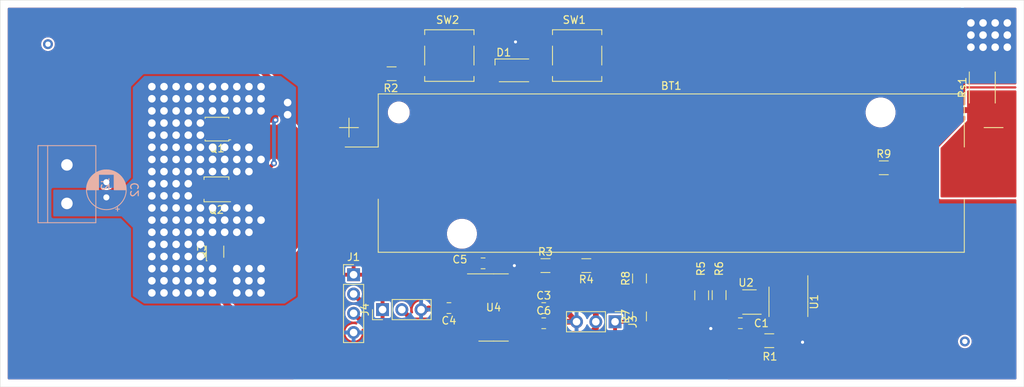
<source format=kicad_pcb>
(kicad_pcb (version 20171130) (host pcbnew 5.1.5-52549c5~84~ubuntu18.04.1)
  (layers (0 F.Cu signal) (31 B.Cu signal hide) (34 B.Paste user hide) (35 F.Paste user hide) (36 B.SilkS user) (37 F.SilkS user) (38 B.Mask user hide) (39 F.Mask user) (44 Edge.Cuts user))
  (net 0 "")
  (net 1 adc_sense1)
  (net 2 adc_sense2)
  (net 3 GND)
  (net 4 +5V)
  (net 5 UPDI)
  (net 6 "Net-(D1-Pad3)")
  (net 7 "Net-(D1-Pad1)")
  (net 8 TxD)
  (net 9 RxD)
  (net 10 adc_temp)
  (net 11 "Net-(Q1-Pad2)")
  (net 12 "Net-(R1-Pad2)")
  (net 13 "Net-(R2-Pad2)")
  (net 14 led1)
  (net 15 led2)
  (net 16 "Net-(R5-Pad2)")
  (net 17 dac_out)
  (net 18 "Net-(R8-Pad2)")
  (net 19 "Net-(BT1-Pad2)")
  (net 20 "Net-(D1-Pad2)")
  (module Resistor_SMD:R_1206_3216Metric_Pad1.42x1.75mm_HandSolder (layer F.Cu) (at 134.2125 39.2)
    (fp_text reference R9 (at 0 -1.82) (layer F.SilkS))
    (fp_text value 1k)
    (pad 2 smd roundrect (at 1.4875 0) (size 1.425 1.75) (layers F.Cu F.Paste F.Mask) (roundrect_rratio 0.175439) (net 19 "Net-(BT1-Pad2)"))
    (pad 1 smd roundrect (at -1.4875 0) (size 1.425 1.75) (layers F.Cu F.Paste F.Mask) (roundrect_rratio 0.175439) (net 1 adc_sense1))
  )
  (module charger-v2:VIA-d0.7mm (layer F.Cu) (at 144.9 62.1)
    (fp_text reference REF** hide)
    (fp_text value VIA-d0.7mm hide)
    (pad "" thru_hole circle (at 0 0) (size 1.3 1.3) (drill 0.7) (layers *.Cu *.Mask))
  )
  (module charger-v2:VIA-d0.7mm (layer F.Cu) (at 24 22.9)
    (fp_text reference REF** hide)
    (fp_text value VIA-d0.7mm hide)
    (pad "" thru_hole circle (at 0 0) (size 1.3 1.3) (drill 0.7) (layers *.Cu *.Mask))
  )
  (module Resistor_SMD:R_1206_3216Metric_Pad1.42x1.75mm_HandSolder (layer F.Cu) (at 94.9875 52.1 180)
    (fp_text reference R4 (at 0 -1.82) (layer F.SilkS))
    (fp_text value 330R)
    (pad 2 smd roundrect (at 1.4875 0 180) (size 1.425 1.75) (layers F.Cu F.Paste F.Mask) (roundrect_rratio 0.175439) (net 7 "Net-(D1-Pad1)"))
    (pad 1 smd roundrect (at -1.4875 0 180) (size 1.425 1.75) (layers F.Cu F.Paste F.Mask) (roundrect_rratio 0.175439) (net 15 led2))
  )
  (module Capacitor_SMD:C_0805_2012Metric_Pad1.15x1.40mm_HandSolder (layer F.Cu) (at 89.375 59.7)
    (fp_text reference C6 (at 0 -1.65) (layer F.SilkS))
    (fp_text value 100n)
    (pad 1 smd roundrect (at -1.025 0) (size 1.15 1.4) (layers F.Cu F.Paste F.Mask) (roundrect_rratio 0.217391) (net 5 UPDI))
    (pad 2 smd roundrect (at 1.025 0) (size 1.15 1.4) (layers F.Cu F.Paste F.Mask) (roundrect_rratio 0.217391) (net 3 GND))
  )
  (module Resistor_SMD:R_1206_3216Metric_Pad1.42x1.75mm_HandSolder (layer F.Cu) (at 110.2 56.0125 90)
    (fp_text reference R5 (at 3.5125 -0.1 90) (layer F.SilkS))
    (fp_text value 9k)
    (pad 1 smd roundrect (at -1.4875 0 90) (size 1.425 1.75) (layers F.Cu F.Paste F.Mask) (roundrect_rratio 0.175439) (net 17 dac_out))
    (pad 2 smd roundrect (at 1.4875 0 90) (size 1.425 1.75) (layers F.Cu F.Paste F.Mask) (roundrect_rratio 0.175439) (net 16 "Net-(R5-Pad2)"))
  )
  (module Resistor_SMD:R_1206_3216Metric_Pad1.42x1.75mm_HandSolder (layer F.Cu) (at 112.5 55.9875 270)
    (fp_text reference R6 (at -3.4875 0 90) (layer F.SilkS))
    (fp_text value 1k)
    (pad 1 smd roundrect (at -1.4875 0 270) (size 1.425 1.75) (layers F.Cu F.Paste F.Mask) (roundrect_rratio 0.175439) (net 16 "Net-(R5-Pad2)"))
    (pad 2 smd roundrect (at 1.4875 0 270) (size 1.425 1.75) (layers F.Cu F.Paste F.Mask) (roundrect_rratio 0.175439) (net 3 GND))
  )
  (module Connector_PinHeader_2.54mm:PinHeader_1x03_P2.54mm_Vertical (layer F.Cu) (at 68.12 57.9 90)
    (fp_text reference J4 (at 0 -2.33 90) (layer F.SilkS))
    (fp_text value Conn_01x03_Male)
    (pad 3 thru_hole oval (at 0 5.08 90) (size 1.7 1.7) (drill 1) (layers *.Cu *.Mask) (net 3 GND))
    (pad 2 thru_hole oval (at 0 2.54 90) (size 1.7 1.7) (drill 1) (layers *.Cu *.Mask) (net 10 adc_temp))
    (pad 1 thru_hole rect (at 0 0 90) (size 1.7 1.7) (drill 1) (layers *.Cu *.Mask) (net 4 +5V))
  )
  (module Capacitor_SMD:C_0805_2012Metric_Pad1.15x1.40mm_HandSolder (layer F.Cu) (at 76.875 57.7 180)
    (fp_text reference C4 (at 0 -1.65) (layer F.SilkS))
    (fp_text value 10n)
    (pad 2 smd roundrect (at 1.025 0 180) (size 1.15 1.4) (layers F.Cu F.Paste F.Mask) (roundrect_rratio 0.217391) (net 3 GND))
    (pad 1 smd roundrect (at -1.025 0 180) (size 1.15 1.4) (layers F.Cu F.Paste F.Mask) (roundrect_rratio 0.217391) (net 2 adc_sense2))
  )
  (module Capacitor_SMD:C_0805_2012Metric_Pad1.15x1.40mm_HandSolder (layer F.Cu) (at 89.375 57.7)
    (fp_text reference C3 (at 0 -1.65) (layer F.SilkS))
    (fp_text value 10n)
    (pad 2 smd roundrect (at 1.025 0) (size 1.15 1.4) (layers F.Cu F.Paste F.Mask) (roundrect_rratio 0.217391) (net 3 GND))
    (pad 1 smd roundrect (at -1.025 0) (size 1.15 1.4) (layers F.Cu F.Paste F.Mask) (roundrect_rratio 0.217391) (net 1 adc_sense1))
  )
  (module Connector_PinHeader_2.54mm:PinHeader_1x04_P2.54mm_Vertical (layer F.Cu) (at 64.3 53.3)
    (fp_text reference J1 (at 0 -2.33) (layer F.SilkS))
    (fp_text value Conn_01x06_Male)
    (pad 4 thru_hole oval (at 0 7.62) (size 1.7 1.7) (drill 1) (layers *.Cu *.Mask) (net 3 GND))
    (pad 3 thru_hole oval (at 0 5.08) (size 1.7 1.7) (drill 1) (layers *.Cu *.Mask) (net 8 TxD))
    (pad 2 thru_hole oval (at 0 2.54) (size 1.7 1.7) (drill 1) (layers *.Cu *.Mask) (net 9 RxD))
    (pad 1 thru_hole rect (at 0 0) (size 1.7 1.7) (drill 1) (layers *.Cu *.Mask) (net 4 +5V))
  )
  (module Capacitor_THT:CP_Radial_D5.0mm_P2.00mm (layer B.Cu) (at 31.7 43.1 90)
    (fp_text reference C2 (at 1 3.75 270) (layer B.SilkS) (effects (justify mirror)))
    (fp_text value 100u)
    (pad 2 thru_hole circle (at 2 0 90) (size 1.6 1.6) (drill 0.8) (layers *.Cu *.Mask) (net 3 GND))
    (pad 1 thru_hole rect (at 0 0 90) (size 1.6 1.6) (drill 0.8) (layers *.Cu *.Mask) (net 4 +5V))
  )
  (module charger-v2:VIA-0.75mm2 (layer F.Cu) (at 48.9 55.7)
    (fp_text reference REF** hide)
    (fp_text value VIA-0.75mm2 hide)
    (pad "" thru_hole circle (at 0 0) (size 1.4 1.4) (drill 1) (layers *.Cu) (net 4 +5V))
  )
  (module charger-v2:VIA-0.75mm2 (layer F.Cu) (at 44.1 55.7)
    (fp_text reference REF** hide)
    (fp_text value VIA-0.75mm2 hide)
    (pad "" thru_hole circle (at 0 0) (size 1.4 1.4) (drill 1) (layers *.Cu) (net 4 +5V))
  )
  (module charger-v2:VIA-0.75mm2 (layer F.Cu) (at 37.7 55.7)
    (fp_text reference REF** hide)
    (fp_text value VIA-0.75mm2 hide)
    (pad "" thru_hole circle (at 0 0) (size 1.4 1.4) (drill 1) (layers *.Cu) (net 4 +5V))
  )
  (module charger-v2:VIA-0.75mm2 (layer F.Cu) (at 52.1 55.7)
    (fp_text reference REF** hide)
    (fp_text value VIA-0.75mm2 hide)
    (pad "" thru_hole circle (at 0 0) (size 1.4 1.4) (drill 1) (layers *.Cu) (net 4 +5V))
  )
  (module charger-v2:VIA-0.75mm2 (layer F.Cu) (at 40.9 55.7)
    (fp_text reference REF** hide)
    (fp_text value VIA-0.75mm2 hide)
    (pad "" thru_hole circle (at 0 0) (size 1.4 1.4) (drill 1) (layers *.Cu) (net 4 +5V))
  )
  (module charger-v2:VIA-0.75mm2 (layer F.Cu) (at 45.7 55.7)
    (fp_text reference REF** hide)
    (fp_text value VIA-0.75mm2 hide)
    (pad "" thru_hole circle (at 0 0) (size 1.4 1.4) (drill 1) (layers *.Cu) (net 4 +5V))
  )
  (module charger-v2:VIA-0.75mm2 (layer F.Cu) (at 50.5 55.7)
    (fp_text reference REF** hide)
    (fp_text value VIA-0.75mm2 hide)
    (pad "" thru_hole circle (at 0 0) (size 1.4 1.4) (drill 1) (layers *.Cu) (net 4 +5V))
  )
  (module charger-v2:VIA-0.75mm2 (layer F.Cu) (at 42.5 55.7)
    (fp_text reference REF** hide)
    (fp_text value VIA-0.75mm2 hide)
    (pad "" thru_hole circle (at 0 0) (size 1.4 1.4) (drill 1) (layers *.Cu) (net 4 +5V))
  )
  (module charger-v2:VIA-0.75mm2 (layer F.Cu) (at 39.3 55.7)
    (fp_text reference REF** hide)
    (fp_text value VIA-0.75mm2 hide)
    (pad "" thru_hole circle (at 0 0) (size 1.4 1.4) (drill 1) (layers *.Cu) (net 4 +5V))
  )
  (module charger-v2:VIA-0.75mm2 (layer F.Cu) (at 45.7 28.5)
    (fp_text reference REF** hide)
    (fp_text value VIA-0.75mm2 hide)
    (pad "" thru_hole circle (at 0 0) (size 1.4 1.4) (drill 1) (layers *.Cu) (net 4 +5V))
  )
  (module charger-v2:VIA-0.75mm2 (layer F.Cu) (at 47.3 28.5)
    (fp_text reference REF** hide)
    (fp_text value VIA-0.75mm2 hide)
    (pad "" thru_hole circle (at 0 0) (size 1.4 1.4) (drill 1) (layers *.Cu) (net 4 +5V))
  )
  (module charger-v2:VIA-0.75mm2 (layer F.Cu) (at 40.9 28.5)
    (fp_text reference REF** hide)
    (fp_text value VIA-0.75mm2 hide)
    (pad "" thru_hole circle (at 0 0) (size 1.4 1.4) (drill 1) (layers *.Cu) (net 4 +5V))
  )
  (module charger-v2:VIA-0.75mm2 (layer F.Cu) (at 42.5 28.5)
    (fp_text reference REF** hide)
    (fp_text value VIA-0.75mm2 hide)
    (pad "" thru_hole circle (at 0 0) (size 1.4 1.4) (drill 1) (layers *.Cu) (net 4 +5V))
  )
  (module charger-v2:VIA-0.75mm2 (layer F.Cu) (at 44.1 28.5)
    (fp_text reference REF** hide)
    (fp_text value VIA-0.75mm2 hide)
    (pad "" thru_hole circle (at 0 0) (size 1.4 1.4) (drill 1) (layers *.Cu) (net 4 +5V))
  )
  (module charger-v2:VIA-0.75mm2 (layer F.Cu) (at 48.9 28.5)
    (fp_text reference REF** hide)
    (fp_text value VIA-0.75mm2 hide)
    (pad "" thru_hole circle (at 0 0) (size 1.4 1.4) (drill 1) (layers *.Cu) (net 4 +5V))
  )
  (module charger-v2:VIA-0.75mm2 (layer F.Cu) (at 50.5 28.5)
    (fp_text reference REF** hide)
    (fp_text value VIA-0.75mm2 hide)
    (pad "" thru_hole circle (at 0 0) (size 1.4 1.4) (drill 1) (layers *.Cu) (net 4 +5V))
  )
  (module charger-v2:VIA-0.75mm2 (layer F.Cu) (at 39.3 28.5)
    (fp_text reference REF** hide)
    (fp_text value VIA-0.75mm2 hide)
    (pad "" thru_hole circle (at 0 0) (size 1.4 1.4) (drill 1) (layers *.Cu) (net 4 +5V))
  )
  (module charger-v2:VIA-0.75mm2 (layer F.Cu) (at 52.1 28.5)
    (fp_text reference REF** hide)
    (fp_text value VIA-0.75mm2 hide)
    (pad "" thru_hole circle (at 0 0) (size 1.4 1.4) (drill 1) (layers *.Cu) (net 4 +5V))
  )
  (module charger-v2:VIA-0.75mm2 (layer F.Cu) (at 37.7 28.5)
    (fp_text reference REF** hide)
    (fp_text value VIA-0.75mm2 hide)
    (pad "" thru_hole circle (at 0 0) (size 1.4 1.4) (drill 1) (layers *.Cu) (net 4 +5V))
  )
  (module charger-v2:VIA-0.75mm2 (layer F.Cu) (at 55.6 30.6)
    (fp_text reference REF** hide)
    (fp_text value VIA-0.75mm2 hide)
    (pad "" thru_hole circle (at 0 0) (size 1.4 1.4) (drill 1) (layers *.Cu) (net 4 +5V))
  )
  (module charger-v2:VIA-0.75mm2 (layer F.Cu) (at 55.6 32.2)
    (fp_text reference REF** hide)
    (fp_text value VIA-0.75mm2 hide)
    (pad "" thru_hole circle (at 0 0) (size 1.4 1.4) (drill 1) (layers *.Cu) (net 4 +5V))
  )
  (module charger-v2:VIA-0.75mm2 (layer F.Cu) (at 150.5 23.3)
    (fp_text reference REF** hide)
    (fp_text value VIA-0.75mm2 hide)
    (pad "" thru_hole circle (at 0 0) (size 1.4 1.4) (drill 1) (layers *.Cu) (net 3 GND))
  )
  (module charger-v2:VIA-0.75mm2 (layer F.Cu) (at 148.9 23.3)
    (fp_text reference REF** hide)
    (fp_text value VIA-0.75mm2 hide)
    (pad "" thru_hole circle (at 0 0) (size 1.4 1.4) (drill 1) (layers *.Cu) (net 3 GND))
  )
  (module charger-v2:VIA-0.75mm2 (layer F.Cu) (at 147.3 23.3)
    (fp_text reference REF** hide)
    (fp_text value VIA-0.75mm2 hide)
    (pad "" thru_hole circle (at 0 0) (size 1.4 1.4) (drill 1) (layers *.Cu) (net 3 GND))
  )
  (module charger-v2:VIA-0.75mm2 (layer F.Cu) (at 145.7 23.3)
    (fp_text reference REF** hide)
    (fp_text value VIA-0.75mm2 hide)
    (pad "" thru_hole circle (at 0 0) (size 1.4 1.4) (drill 1) (layers *.Cu) (net 3 GND))
  )
  (module charger-v2:VIA-0.75mm2 (layer F.Cu) (at 150.5 21.7)
    (fp_text reference REF** hide)
    (fp_text value VIA-0.75mm2 hide)
    (pad "" thru_hole circle (at 0 0) (size 1.4 1.4) (drill 1) (layers *.Cu) (net 3 GND))
  )
  (module charger-v2:VIA-0.75mm2 (layer F.Cu) (at 148.9 21.7)
    (fp_text reference REF** hide)
    (fp_text value VIA-0.75mm2 hide)
    (pad "" thru_hole circle (at 0 0) (size 1.4 1.4) (drill 1) (layers *.Cu) (net 3 GND))
  )
  (module charger-v2:VIA-0.75mm2 (layer F.Cu) (at 147.3 21.7)
    (fp_text reference REF** hide)
    (fp_text value VIA-0.75mm2 hide)
    (pad "" thru_hole circle (at 0 0) (size 1.4 1.4) (drill 1) (layers *.Cu) (net 3 GND))
  )
  (module charger-v2:VIA-0.75mm2 (layer F.Cu) (at 145.7 21.7)
    (fp_text reference REF** hide)
    (fp_text value VIA-0.75mm2 hide)
    (pad "" thru_hole circle (at 0 0) (size 1.4 1.4) (drill 1) (layers *.Cu) (net 3 GND))
  )
  (module charger-v2:VIA-0.75mm2 (layer F.Cu) (at 150.5 20.1)
    (fp_text reference REF** hide)
    (fp_text value VIA-0.75mm2 hide)
    (pad "" thru_hole circle (at 0 0) (size 1.4 1.4) (drill 1) (layers *.Cu) (net 3 GND))
  )
  (module charger-v2:VIA-0.75mm2 (layer F.Cu) (at 148.9 20.1)
    (fp_text reference REF** hide)
    (fp_text value VIA-0.75mm2 hide)
    (pad "" thru_hole circle (at 0 0) (size 1.4 1.4) (drill 1) (layers *.Cu) (net 3 GND))
  )
  (module charger-v2:VIA-0.75mm2 (layer F.Cu) (at 147.3 20.1)
    (fp_text reference REF** hide)
    (fp_text value VIA-0.75mm2 hide)
    (pad "" thru_hole circle (at 0 0) (size 1.4 1.4) (drill 1) (layers *.Cu) (net 3 GND))
  )
  (module Resistor_SMD:R_1206_3216Metric_Pad1.42x1.75mm_HandSolder (layer F.Cu) (at 102 58.8 90)
    (fp_text reference R7 (at 0 -1.82 90) (layer F.SilkS))
    (fp_text value 4k7)
    (pad 1 smd roundrect (at -1.4875 0 90) (size 1.425 1.75) (layers F.Cu F.Paste F.Mask) (roundrect_rratio 0.175439) (net 4 +5V))
    (pad 2 smd roundrect (at 1.4875 0 90) (size 1.425 1.75) (layers F.Cu F.Paste F.Mask) (roundrect_rratio 0.175439) (net 5 UPDI))
  )
  (module Resistor_SMD:R_1206_3216Metric_Pad1.42x1.75mm_HandSolder (layer F.Cu) (at 102 53.7875 90)
    (fp_text reference R8 (at 0 -1.82 90) (layer F.SilkS))
    (fp_text value 330R)
    (pad 1 smd roundrect (at -1.4875 0 90) (size 1.425 1.75) (layers F.Cu F.Paste F.Mask) (roundrect_rratio 0.175439) (net 5 UPDI))
    (pad 2 smd roundrect (at 1.4875 0 90) (size 1.425 1.75) (layers F.Cu F.Paste F.Mask) (roundrect_rratio 0.175439) (net 18 "Net-(R8-Pad2)"))
  )
  (module Connector_PinHeader_2.54mm:PinHeader_1x03_P2.54mm_Vertical (layer F.Cu) (at 98.78 59.5 270)
    (fp_text reference J3 (at 0 -2.33 90) (layer F.SilkS))
    (fp_text value Conn_01x03_Male)
    (pad 1 thru_hole rect (at 0 0 270) (size 1.7 1.7) (drill 1) (layers *.Cu *.Mask) (net 4 +5V))
    (pad 2 thru_hole oval (at 0 2.54 270) (size 1.7 1.7) (drill 1) (layers *.Cu *.Mask) (net 5 UPDI))
    (pad 3 thru_hole oval (at 0 5.08 270) (size 1.7 1.7) (drill 1) (layers *.Cu *.Mask) (net 3 GND))
  )
  (module charger-v2:VIA-0.75mm2 (layer F.Cu) (at 145.7 20.1)
    (fp_text reference REF** hide)
    (fp_text value VIA-0.75mm2 hide)
    (pad "" thru_hole circle (at 0 0) (size 1.4 1.4) (drill 1) (layers *.Cu) (net 3 GND))
  )
  (module charger-v2:VIA-0.75mm2 (layer F.Cu) (at 52.1 54.1)
    (fp_text reference REF** hide)
    (fp_text value VIA-0.75mm2 hide)
    (pad "" thru_hole circle (at 0 0) (size 1.4 1.4) (drill 1) (layers *.Cu) (net 4 +5V))
  )
  (module charger-v2:VIA-0.75mm2 (layer F.Cu) (at 50.5 54.1)
    (fp_text reference REF** hide)
    (fp_text value VIA-0.75mm2 hide)
    (pad "" thru_hole circle (at 0 0) (size 1.4 1.4) (drill 1) (layers *.Cu) (net 4 +5V))
  )
  (module charger-v2:VIA-0.75mm2 (layer F.Cu) (at 48.9 54.1)
    (fp_text reference REF** hide)
    (fp_text value VIA-0.75mm2 hide)
    (pad "" thru_hole circle (at 0 0) (size 1.4 1.4) (drill 1) (layers *.Cu) (net 4 +5V))
  )
  (module charger-v2:VIA-0.75mm2 (layer F.Cu) (at 45.7 54.1)
    (fp_text reference REF** hide)
    (fp_text value VIA-0.75mm2 hide)
    (pad "" thru_hole circle (at 0 0) (size 1.4 1.4) (drill 1) (layers *.Cu) (net 4 +5V))
  )
  (module charger-v2:VIA-0.75mm2 (layer F.Cu) (at 44.1 54.1)
    (fp_text reference REF** hide)
    (fp_text value VIA-0.75mm2 hide)
    (pad "" thru_hole circle (at 0 0) (size 1.4 1.4) (drill 1) (layers *.Cu) (net 4 +5V))
  )
  (module charger-v2:VIA-0.75mm2 (layer F.Cu) (at 42.5 54.1)
    (fp_text reference REF** hide)
    (fp_text value VIA-0.75mm2 hide)
    (pad "" thru_hole circle (at 0 0) (size 1.4 1.4) (drill 1) (layers *.Cu) (net 4 +5V))
  )
  (module charger-v2:VIA-0.75mm2 (layer F.Cu) (at 40.9 54.1)
    (fp_text reference REF** hide)
    (fp_text value VIA-0.75mm2 hide)
    (pad "" thru_hole circle (at 0 0) (size 1.4 1.4) (drill 1) (layers *.Cu) (net 4 +5V))
  )
  (module charger-v2:VIA-0.75mm2 (layer F.Cu) (at 39.3 54.1)
    (fp_text reference REF** hide)
    (fp_text value VIA-0.75mm2 hide)
    (pad "" thru_hole circle (at 0 0) (size 1.4 1.4) (drill 1) (layers *.Cu) (net 4 +5V))
  )
  (module charger-v2:VIA-0.75mm2 (layer F.Cu) (at 37.7 54.1)
    (fp_text reference REF** hide)
    (fp_text value VIA-0.75mm2 hide)
    (pad "" thru_hole circle (at 0 0) (size 1.4 1.4) (drill 1) (layers *.Cu) (net 4 +5V))
  )
  (module charger-v2:VIA-0.75mm2 (layer F.Cu) (at 52.1 52.5)
    (fp_text reference REF** hide)
    (fp_text value VIA-0.75mm2 hide)
    (pad "" thru_hole circle (at 0 0) (size 1.4 1.4) (drill 1) (layers *.Cu) (net 4 +5V))
  )
  (module charger-v2:VIA-0.75mm2 (layer F.Cu) (at 50.5 52.5)
    (fp_text reference REF** hide)
    (fp_text value VIA-0.75mm2 hide)
    (pad "" thru_hole circle (at 0 0) (size 1.4 1.4) (drill 1) (layers *.Cu) (net 4 +5V))
  )
  (module charger-v2:VIA-0.75mm2 (layer F.Cu) (at 48.9 52.5)
    (fp_text reference REF** hide)
    (fp_text value VIA-0.75mm2 hide)
    (pad "" thru_hole circle (at 0 0) (size 1.4 1.4) (drill 1) (layers *.Cu) (net 4 +5V))
  )
  (module charger-v2:VIA-0.75mm2 (layer F.Cu) (at 45.7 52.5)
    (fp_text reference REF** hide)
    (fp_text value VIA-0.75mm2 hide)
    (pad "" thru_hole circle (at 0 0) (size 1.4 1.4) (drill 1) (layers *.Cu) (net 4 +5V))
  )
  (module charger-v2:VIA-0.75mm2 (layer F.Cu) (at 44.1 52.5)
    (fp_text reference REF** hide)
    (fp_text value VIA-0.75mm2 hide)
    (pad "" thru_hole circle (at 0 0) (size 1.4 1.4) (drill 1) (layers *.Cu) (net 4 +5V))
  )
  (module charger-v2:VIA-0.75mm2 (layer F.Cu) (at 42.5 52.5)
    (fp_text reference REF** hide)
    (fp_text value VIA-0.75mm2 hide)
    (pad "" thru_hole circle (at 0 0) (size 1.4 1.4) (drill 1) (layers *.Cu) (net 4 +5V))
  )
  (module charger-v2:VIA-0.75mm2 (layer F.Cu) (at 40.9 52.5)
    (fp_text reference REF** hide)
    (fp_text value VIA-0.75mm2 hide)
    (pad "" thru_hole circle (at 0 0) (size 1.4 1.4) (drill 1) (layers *.Cu) (net 4 +5V))
  )
  (module charger-v2:VIA-0.75mm2 (layer F.Cu) (at 39.3 52.5)
    (fp_text reference REF** hide)
    (fp_text value VIA-0.75mm2 hide)
    (pad "" thru_hole circle (at 0 0) (size 1.4 1.4) (drill 1) (layers *.Cu) (net 4 +5V))
  )
  (module charger-v2:VIA-0.75mm2 (layer F.Cu) (at 37.7 52.5)
    (fp_text reference REF** hide)
    (fp_text value VIA-0.75mm2 hide)
    (pad "" thru_hole circle (at 0 0) (size 1.4 1.4) (drill 1) (layers *.Cu) (net 4 +5V))
  )
  (module charger-v2:VIA-0.75mm2 (layer F.Cu) (at 44.1 50.9)
    (fp_text reference REF** hide)
    (fp_text value VIA-0.75mm2 hide)
    (pad "" thru_hole circle (at 0 0) (size 1.4 1.4) (drill 1) (layers *.Cu) (net 4 +5V))
  )
  (module charger-v2:VIA-0.75mm2 (layer F.Cu) (at 42.5 50.9)
    (fp_text reference REF** hide)
    (fp_text value VIA-0.75mm2 hide)
    (pad "" thru_hole circle (at 0 0) (size 1.4 1.4) (drill 1) (layers *.Cu) (net 4 +5V))
  )
  (module charger-v2:VIA-0.75mm2 (layer F.Cu) (at 40.9 50.9)
    (fp_text reference REF** hide)
    (fp_text value VIA-0.75mm2 hide)
    (pad "" thru_hole circle (at 0 0) (size 1.4 1.4) (drill 1) (layers *.Cu) (net 4 +5V))
  )
  (module charger-v2:VIA-0.75mm2 (layer F.Cu) (at 39.3 50.9)
    (fp_text reference REF** hide)
    (fp_text value VIA-0.75mm2 hide)
    (pad "" thru_hole circle (at 0 0) (size 1.4 1.4) (drill 1) (layers *.Cu) (net 4 +5V))
  )
  (module charger-v2:VIA-0.75mm2 (layer F.Cu) (at 37.7 50.9)
    (fp_text reference REF** hide)
    (fp_text value VIA-0.75mm2 hide)
    (pad "" thru_hole circle (at 0 0) (size 1.4 1.4) (drill 1) (layers *.Cu) (net 4 +5V))
  )
  (module charger-v2:VIA-0.75mm2 (layer F.Cu) (at 44.1 49.3)
    (fp_text reference REF** hide)
    (fp_text value VIA-0.75mm2 hide)
    (pad "" thru_hole circle (at 0 0) (size 1.4 1.4) (drill 1) (layers *.Cu) (net 4 +5V))
  )
  (module charger-v2:VIA-0.75mm2 (layer F.Cu) (at 42.5 49.3)
    (fp_text reference REF** hide)
    (fp_text value VIA-0.75mm2 hide)
    (pad "" thru_hole circle (at 0 0) (size 1.4 1.4) (drill 1) (layers *.Cu) (net 4 +5V))
  )
  (module charger-v2:VIA-0.75mm2 (layer F.Cu) (at 40.9 49.3)
    (fp_text reference REF** hide)
    (fp_text value VIA-0.75mm2 hide)
    (pad "" thru_hole circle (at 0 0) (size 1.4 1.4) (drill 1) (layers *.Cu) (net 4 +5V))
  )
  (module charger-v2:VIA-0.75mm2 (layer F.Cu) (at 39.3 49.3)
    (fp_text reference REF** hide)
    (fp_text value VIA-0.75mm2 hide)
    (pad "" thru_hole circle (at 0 0) (size 1.4 1.4) (drill 1) (layers *.Cu) (net 4 +5V))
  )
  (module charger-v2:VIA-0.75mm2 (layer F.Cu) (at 37.7 49.3)
    (fp_text reference REF** hide)
    (fp_text value VIA-0.75mm2 hide)
    (pad "" thru_hole circle (at 0 0) (size 1.4 1.4) (drill 1) (layers *.Cu) (net 4 +5V))
  )
  (module charger-v2:VIA-0.75mm2 (layer F.Cu) (at 50.5 47.7)
    (fp_text reference REF** hide)
    (fp_text value VIA-0.75mm2 hide)
    (pad "" thru_hole circle (at 0 0) (size 1.4 1.4) (drill 1) (layers *.Cu) (net 4 +5V))
  )
  (module charger-v2:VIA-0.75mm2 (layer F.Cu) (at 48.9 47.7)
    (fp_text reference REF** hide)
    (fp_text value VIA-0.75mm2 hide)
    (pad "" thru_hole circle (at 0 0) (size 1.4 1.4) (drill 1) (layers *.Cu) (net 4 +5V))
  )
  (module charger-v2:VIA-0.75mm2 (layer F.Cu) (at 47.3 47.7)
    (fp_text reference REF** hide)
    (fp_text value VIA-0.75mm2 hide)
    (pad "" thru_hole circle (at 0 0) (size 1.4 1.4) (drill 1) (layers *.Cu) (net 4 +5V))
  )
  (module charger-v2:VIA-0.75mm2 (layer F.Cu) (at 45.7 47.7)
    (fp_text reference REF** hide)
    (fp_text value VIA-0.75mm2 hide)
    (pad "" thru_hole circle (at 0 0) (size 1.4 1.4) (drill 1) (layers *.Cu) (net 4 +5V))
  )
  (module charger-v2:VIA-0.75mm2 (layer F.Cu) (at 44.1 47.7)
    (fp_text reference REF** hide)
    (fp_text value VIA-0.75mm2 hide)
    (pad "" thru_hole circle (at 0 0) (size 1.4 1.4) (drill 1) (layers *.Cu) (net 4 +5V))
  )
  (module charger-v2:VIA-0.75mm2 (layer F.Cu) (at 42.5 47.7)
    (fp_text reference REF** hide)
    (fp_text value VIA-0.75mm2 hide)
    (pad "" thru_hole circle (at 0 0) (size 1.4 1.4) (drill 1) (layers *.Cu) (net 4 +5V))
  )
  (module charger-v2:VIA-0.75mm2 (layer F.Cu) (at 40.9 47.7)
    (fp_text reference REF** hide)
    (fp_text value VIA-0.75mm2 hide)
    (pad "" thru_hole circle (at 0 0) (size 1.4 1.4) (drill 1) (layers *.Cu) (net 4 +5V))
  )
  (module charger-v2:VIA-0.75mm2 (layer F.Cu) (at 39.3 47.7)
    (fp_text reference REF** hide)
    (fp_text value VIA-0.75mm2 hide)
    (pad "" thru_hole circle (at 0 0) (size 1.4 1.4) (drill 1) (layers *.Cu) (net 4 +5V))
  )
  (module charger-v2:VIA-0.75mm2 (layer F.Cu) (at 37.7 47.7)
    (fp_text reference REF** hide)
    (fp_text value VIA-0.75mm2 hide)
    (pad "" thru_hole circle (at 0 0) (size 1.4 1.4) (drill 1) (layers *.Cu) (net 4 +5V))
  )
  (module charger-v2:VIA-0.75mm2 (layer F.Cu) (at 52.1 46.1)
    (fp_text reference REF** hide)
    (fp_text value VIA-0.75mm2 hide)
    (pad "" thru_hole circle (at 0 0) (size 1.4 1.4) (drill 1) (layers *.Cu) (net 4 +5V))
  )
  (module charger-v2:VIA-0.75mm2 (layer F.Cu) (at 50.5 46.1)
    (fp_text reference REF** hide)
    (fp_text value VIA-0.75mm2 hide)
    (pad "" thru_hole circle (at 0 0) (size 1.4 1.4) (drill 1) (layers *.Cu) (net 4 +5V))
  )
  (module charger-v2:VIA-0.75mm2 (layer F.Cu) (at 48.9 46.1)
    (fp_text reference REF** hide)
    (fp_text value VIA-0.75mm2 hide)
    (pad "" thru_hole circle (at 0 0) (size 1.4 1.4) (drill 1) (layers *.Cu) (net 4 +5V))
  )
  (module charger-v2:VIA-0.75mm2 (layer F.Cu) (at 47.3 46.1)
    (fp_text reference REF** hide)
    (fp_text value VIA-0.75mm2 hide)
    (pad "" thru_hole circle (at 0 0) (size 1.4 1.4) (drill 1) (layers *.Cu) (net 4 +5V))
  )
  (module charger-v2:VIA-0.75mm2 (layer F.Cu) (at 45.7 46.1)
    (fp_text reference REF** hide)
    (fp_text value VIA-0.75mm2 hide)
    (pad "" thru_hole circle (at 0 0) (size 1.4 1.4) (drill 1) (layers *.Cu) (net 4 +5V))
  )
  (module charger-v2:VIA-0.75mm2 (layer F.Cu) (at 44.1 46.1)
    (fp_text reference REF** hide)
    (fp_text value VIA-0.75mm2 hide)
    (pad "" thru_hole circle (at 0 0) (size 1.4 1.4) (drill 1) (layers *.Cu) (net 4 +5V))
  )
  (module charger-v2:VIA-0.75mm2 (layer F.Cu) (at 42.5 46.1)
    (fp_text reference REF** hide)
    (fp_text value VIA-0.75mm2 hide)
    (pad "" thru_hole circle (at 0 0) (size 1.4 1.4) (drill 1) (layers *.Cu) (net 4 +5V))
  )
  (module charger-v2:VIA-0.75mm2 (layer F.Cu) (at 40.9 46.1)
    (fp_text reference REF** hide)
    (fp_text value VIA-0.75mm2 hide)
    (pad "" thru_hole circle (at 0 0) (size 1.4 1.4) (drill 1) (layers *.Cu) (net 4 +5V))
  )
  (module charger-v2:VIA-0.75mm2 (layer F.Cu) (at 39.3 46.1)
    (fp_text reference REF** hide)
    (fp_text value VIA-0.75mm2 hide)
    (pad "" thru_hole circle (at 0 0) (size 1.4 1.4) (drill 1) (layers *.Cu) (net 4 +5V))
  )
  (module charger-v2:VIA-0.75mm2 (layer F.Cu) (at 37.7 46.1)
    (fp_text reference REF** hide)
    (fp_text value VIA-0.75mm2 hide)
    (pad "" thru_hole circle (at 0 0) (size 1.4 1.4) (drill 1) (layers *.Cu) (net 4 +5V))
  )
  (module charger-v2:VIA-0.75mm2 (layer F.Cu) (at 50.5 44.5)
    (fp_text reference REF** hide)
    (fp_text value VIA-0.75mm2 hide)
    (pad "" thru_hole circle (at 0 0) (size 1.4 1.4) (drill 1) (layers *.Cu) (net 4 +5V))
  )
  (module charger-v2:VIA-0.75mm2 (layer F.Cu) (at 48.9 44.5)
    (fp_text reference REF** hide)
    (fp_text value VIA-0.75mm2 hide)
    (pad "" thru_hole circle (at 0 0) (size 1.4 1.4) (drill 1) (layers *.Cu) (net 4 +5V))
  )
  (module charger-v2:VIA-0.75mm2 (layer F.Cu) (at 47.3 44.5)
    (fp_text reference REF** hide)
    (fp_text value VIA-0.75mm2 hide)
    (pad "" thru_hole circle (at 0 0) (size 1.4 1.4) (drill 1) (layers *.Cu) (net 4 +5V))
  )
  (module charger-v2:VIA-0.75mm2 (layer F.Cu) (at 45.7 44.5)
    (fp_text reference REF** hide)
    (fp_text value VIA-0.75mm2 hide)
    (pad "" thru_hole circle (at 0 0) (size 1.4 1.4) (drill 1) (layers *.Cu) (net 4 +5V))
  )
  (module charger-v2:VIA-0.75mm2 (layer F.Cu) (at 44.1 44.5)
    (fp_text reference REF** hide)
    (fp_text value VIA-0.75mm2 hide)
    (pad "" thru_hole circle (at 0 0) (size 1.4 1.4) (drill 1) (layers *.Cu) (net 4 +5V))
  )
  (module charger-v2:VIA-0.75mm2 (layer F.Cu) (at 42.5 44.5)
    (fp_text reference REF** hide)
    (fp_text value VIA-0.75mm2 hide)
    (pad "" thru_hole circle (at 0 0) (size 1.4 1.4) (drill 1) (layers *.Cu) (net 4 +5V))
  )
  (module charger-v2:VIA-0.75mm2 (layer F.Cu) (at 40.9 44.5)
    (fp_text reference REF** hide)
    (fp_text value VIA-0.75mm2 hide)
    (pad "" thru_hole circle (at 0 0) (size 1.4 1.4) (drill 1) (layers *.Cu) (net 4 +5V))
  )
  (module charger-v2:VIA-0.75mm2 (layer F.Cu) (at 39.3 44.5)
    (fp_text reference REF** hide)
    (fp_text value VIA-0.75mm2 hide)
    (pad "" thru_hole circle (at 0 0) (size 1.4 1.4) (drill 1) (layers *.Cu) (net 4 +5V))
  )
  (module charger-v2:VIA-0.75mm2 (layer F.Cu) (at 37.7 44.5)
    (fp_text reference REF** hide)
    (fp_text value VIA-0.75mm2 hide)
    (pad "" thru_hole circle (at 0 0) (size 1.4 1.4) (drill 1) (layers *.Cu) (net 4 +5V))
  )
  (module charger-v2:VIA-0.75mm2 (layer F.Cu) (at 42.5 42.9)
    (fp_text reference REF** hide)
    (fp_text value VIA-0.75mm2 hide)
    (pad "" thru_hole circle (at 0 0) (size 1.4 1.4) (drill 1) (layers *.Cu) (net 4 +5V))
  )
  (module charger-v2:VIA-0.75mm2 (layer F.Cu) (at 40.9 42.9)
    (fp_text reference REF** hide)
    (fp_text value VIA-0.75mm2 hide)
    (pad "" thru_hole circle (at 0 0) (size 1.4 1.4) (drill 1) (layers *.Cu) (net 4 +5V))
  )
  (module charger-v2:VIA-0.75mm2 (layer F.Cu) (at 39.3 42.9)
    (fp_text reference REF** hide)
    (fp_text value VIA-0.75mm2 hide)
    (pad "" thru_hole circle (at 0 0) (size 1.4 1.4) (drill 1) (layers *.Cu) (net 4 +5V))
  )
  (module charger-v2:VIA-0.75mm2 (layer F.Cu) (at 37.7 42.9)
    (fp_text reference REF** hide)
    (fp_text value VIA-0.75mm2 hide)
    (pad "" thru_hole circle (at 0 0) (size 1.4 1.4) (drill 1) (layers *.Cu) (net 4 +5V))
  )
  (module charger-v2:VIA-0.75mm2 (layer F.Cu) (at 42.5 41.3)
    (fp_text reference REF** hide)
    (fp_text value VIA-0.75mm2 hide)
    (pad "" thru_hole circle (at 0 0) (size 1.4 1.4) (drill 1) (layers *.Cu) (net 4 +5V))
  )
  (module charger-v2:VIA-0.75mm2 (layer F.Cu) (at 40.9 41.3)
    (fp_text reference REF** hide)
    (fp_text value VIA-0.75mm2 hide)
    (pad "" thru_hole circle (at 0 0) (size 1.4 1.4) (drill 1) (layers *.Cu) (net 4 +5V))
  )
  (module charger-v2:VIA-0.75mm2 (layer F.Cu) (at 39.3 41.3)
    (fp_text reference REF** hide)
    (fp_text value VIA-0.75mm2 hide)
    (pad "" thru_hole circle (at 0 0) (size 1.4 1.4) (drill 1) (layers *.Cu) (net 4 +5V))
  )
  (module charger-v2:VIA-0.75mm2 (layer F.Cu) (at 37.7 41.3)
    (fp_text reference REF** hide)
    (fp_text value VIA-0.75mm2 hide)
    (pad "" thru_hole circle (at 0 0) (size 1.4 1.4) (drill 1) (layers *.Cu) (net 4 +5V))
  )
  (module charger-v2:VIA-0.75mm2 (layer F.Cu) (at 50.5 39.7)
    (fp_text reference REF** hide)
    (fp_text value VIA-0.75mm2 hide)
    (pad "" thru_hole circle (at 0 0) (size 1.4 1.4) (drill 1) (layers *.Cu) (net 4 +5V))
  )
  (module charger-v2:VIA-0.75mm2 (layer F.Cu) (at 48.9 39.7)
    (fp_text reference REF** hide)
    (fp_text value VIA-0.75mm2 hide)
    (pad "" thru_hole circle (at 0 0) (size 1.4 1.4) (drill 1) (layers *.Cu) (net 4 +5V))
  )
  (module charger-v2:VIA-0.75mm2 (layer F.Cu) (at 47.3 39.7)
    (fp_text reference REF** hide)
    (fp_text value VIA-0.75mm2 hide)
    (pad "" thru_hole circle (at 0 0) (size 1.4 1.4) (drill 1) (layers *.Cu) (net 4 +5V))
  )
  (module charger-v2:VIA-0.75mm2 (layer F.Cu) (at 45.7 39.7)
    (fp_text reference REF** hide)
    (fp_text value VIA-0.75mm2 hide)
    (pad "" thru_hole circle (at 0 0) (size 1.4 1.4) (drill 1) (layers *.Cu) (net 4 +5V))
  )
  (module charger-v2:VIA-0.75mm2 (layer F.Cu) (at 44.1 39.7)
    (fp_text reference REF** hide)
    (fp_text value VIA-0.75mm2 hide)
    (pad "" thru_hole circle (at 0 0) (size 1.4 1.4) (drill 1) (layers *.Cu) (net 4 +5V))
  )
  (module charger-v2:VIA-0.75mm2 (layer F.Cu) (at 42.5 39.7)
    (fp_text reference REF** hide)
    (fp_text value VIA-0.75mm2 hide)
    (pad "" thru_hole circle (at 0 0) (size 1.4 1.4) (drill 1) (layers *.Cu) (net 4 +5V))
  )
  (module charger-v2:VIA-0.75mm2 (layer F.Cu) (at 40.9 39.7)
    (fp_text reference REF** hide)
    (fp_text value VIA-0.75mm2 hide)
    (pad "" thru_hole circle (at 0 0) (size 1.4 1.4) (drill 1) (layers *.Cu) (net 4 +5V))
  )
  (module charger-v2:VIA-0.75mm2 (layer F.Cu) (at 39.3 39.7)
    (fp_text reference REF** hide)
    (fp_text value VIA-0.75mm2 hide)
    (pad "" thru_hole circle (at 0 0) (size 1.4 1.4) (drill 1) (layers *.Cu) (net 4 +5V))
  )
  (module charger-v2:VIA-0.75mm2 (layer F.Cu) (at 37.7 39.7)
    (fp_text reference REF** hide)
    (fp_text value VIA-0.75mm2 hide)
    (pad "" thru_hole circle (at 0 0) (size 1.4 1.4) (drill 1) (layers *.Cu) (net 4 +5V))
  )
  (module charger-v2:VIA-0.75mm2 (layer F.Cu) (at 52.1 38.1)
    (fp_text reference REF** hide)
    (fp_text value VIA-0.75mm2 hide)
    (pad "" thru_hole circle (at 0 0) (size 1.4 1.4) (drill 1) (layers *.Cu) (net 4 +5V))
  )
  (module charger-v2:VIA-0.75mm2 (layer F.Cu) (at 50.5 38.1)
    (fp_text reference REF** hide)
    (fp_text value VIA-0.75mm2 hide)
    (pad "" thru_hole circle (at 0 0) (size 1.4 1.4) (drill 1) (layers *.Cu) (net 4 +5V))
  )
  (module charger-v2:VIA-0.75mm2 (layer F.Cu) (at 48.9 38.1)
    (fp_text reference REF** hide)
    (fp_text value VIA-0.75mm2 hide)
    (pad "" thru_hole circle (at 0 0) (size 1.4 1.4) (drill 1) (layers *.Cu) (net 4 +5V))
  )
  (module charger-v2:VIA-0.75mm2 (layer F.Cu) (at 47.3 38.1)
    (fp_text reference REF** hide)
    (fp_text value VIA-0.75mm2 hide)
    (pad "" thru_hole circle (at 0 0) (size 1.4 1.4) (drill 1) (layers *.Cu) (net 4 +5V))
  )
  (module charger-v2:VIA-0.75mm2 (layer F.Cu) (at 45.7 38.1)
    (fp_text reference REF** hide)
    (fp_text value VIA-0.75mm2 hide)
    (pad "" thru_hole circle (at 0 0) (size 1.4 1.4) (drill 1) (layers *.Cu) (net 4 +5V))
  )
  (module charger-v2:VIA-0.75mm2 (layer F.Cu) (at 44.1 38.1)
    (fp_text reference REF** hide)
    (fp_text value VIA-0.75mm2 hide)
    (pad "" thru_hole circle (at 0 0) (size 1.4 1.4) (drill 1) (layers *.Cu) (net 4 +5V))
  )
  (module charger-v2:VIA-0.75mm2 (layer F.Cu) (at 42.5 38.1)
    (fp_text reference REF** hide)
    (fp_text value VIA-0.75mm2 hide)
    (pad "" thru_hole circle (at 0 0) (size 1.4 1.4) (drill 1) (layers *.Cu) (net 4 +5V))
  )
  (module charger-v2:VIA-0.75mm2 (layer F.Cu) (at 40.9 38.1)
    (fp_text reference REF** hide)
    (fp_text value VIA-0.75mm2 hide)
    (pad "" thru_hole circle (at 0 0) (size 1.4 1.4) (drill 1) (layers *.Cu) (net 4 +5V))
  )
  (module charger-v2:VIA-0.75mm2 (layer F.Cu) (at 39.3 38.1)
    (fp_text reference REF** hide)
    (fp_text value VIA-0.75mm2 hide)
    (pad "" thru_hole circle (at 0 0) (size 1.4 1.4) (drill 1) (layers *.Cu) (net 4 +5V))
  )
  (module charger-v2:VIA-0.75mm2 (layer F.Cu) (at 37.7 38.1)
    (fp_text reference REF** hide)
    (fp_text value VIA-0.75mm2 hide)
    (pad "" thru_hole circle (at 0 0) (size 1.4 1.4) (drill 1) (layers *.Cu) (net 4 +5V))
  )
  (module charger-v2:VIA-0.75mm2 (layer F.Cu) (at 50.5 36.5)
    (fp_text reference REF** hide)
    (fp_text value VIA-0.75mm2 hide)
    (pad "" thru_hole circle (at 0 0) (size 1.4 1.4) (drill 1) (layers *.Cu) (net 4 +5V))
  )
  (module charger-v2:VIA-0.75mm2 (layer F.Cu) (at 48.9 36.5)
    (fp_text reference REF** hide)
    (fp_text value VIA-0.75mm2 hide)
    (pad "" thru_hole circle (at 0 0) (size 1.4 1.4) (drill 1) (layers *.Cu) (net 4 +5V))
  )
  (module charger-v2:VIA-0.75mm2 (layer F.Cu) (at 47.3 36.5)
    (fp_text reference REF** hide)
    (fp_text value VIA-0.75mm2 hide)
    (pad "" thru_hole circle (at 0 0) (size 1.4 1.4) (drill 1) (layers *.Cu) (net 4 +5V))
  )
  (module charger-v2:VIA-0.75mm2 (layer F.Cu) (at 45.7 36.5)
    (fp_text reference REF** hide)
    (fp_text value VIA-0.75mm2 hide)
    (pad "" thru_hole circle (at 0 0) (size 1.4 1.4) (drill 1) (layers *.Cu) (net 4 +5V))
  )
  (module charger-v2:VIA-0.75mm2 (layer F.Cu) (at 44.1 36.5)
    (fp_text reference REF** hide)
    (fp_text value VIA-0.75mm2 hide)
    (pad "" thru_hole circle (at 0 0) (size 1.4 1.4) (drill 1) (layers *.Cu) (net 4 +5V))
  )
  (module charger-v2:VIA-0.75mm2 (layer F.Cu) (at 42.5 36.5)
    (fp_text reference REF** hide)
    (fp_text value VIA-0.75mm2 hide)
    (pad "" thru_hole circle (at 0 0) (size 1.4 1.4) (drill 1) (layers *.Cu) (net 4 +5V))
  )
  (module charger-v2:VIA-0.75mm2 (layer F.Cu) (at 40.9 36.5)
    (fp_text reference REF** hide)
    (fp_text value VIA-0.75mm2 hide)
    (pad "" thru_hole circle (at 0 0) (size 1.4 1.4) (drill 1) (layers *.Cu) (net 4 +5V))
  )
  (module charger-v2:VIA-0.75mm2 (layer F.Cu) (at 39.3 36.5)
    (fp_text reference REF** hide)
    (fp_text value VIA-0.75mm2 hide)
    (pad "" thru_hole circle (at 0 0) (size 1.4 1.4) (drill 1) (layers *.Cu) (net 4 +5V))
  )
  (module charger-v2:VIA-0.75mm2 (layer F.Cu) (at 37.7 36.5)
    (fp_text reference REF** hide)
    (fp_text value VIA-0.75mm2 hide)
    (pad "" thru_hole circle (at 0 0) (size 1.4 1.4) (drill 1) (layers *.Cu) (net 4 +5V))
  )
  (module charger-v2:VIA-0.75mm2 (layer F.Cu) (at 44.1 34.9)
    (fp_text reference REF** hide)
    (fp_text value VIA-0.75mm2 hide)
    (pad "" thru_hole circle (at 0 0) (size 1.4 1.4) (drill 1) (layers *.Cu) (net 4 +5V))
  )
  (module charger-v2:VIA-0.75mm2 (layer F.Cu) (at 42.5 34.9)
    (fp_text reference REF** hide)
    (fp_text value VIA-0.75mm2 hide)
    (pad "" thru_hole circle (at 0 0) (size 1.4 1.4) (drill 1) (layers *.Cu) (net 4 +5V))
  )
  (module charger-v2:VIA-0.75mm2 (layer F.Cu) (at 40.9 34.9)
    (fp_text reference REF** hide)
    (fp_text value VIA-0.75mm2 hide)
    (pad "" thru_hole circle (at 0 0) (size 1.4 1.4) (drill 1) (layers *.Cu) (net 4 +5V))
  )
  (module charger-v2:VIA-0.75mm2 (layer F.Cu) (at 39.3 34.9)
    (fp_text reference REF** hide)
    (fp_text value VIA-0.75mm2 hide)
    (pad "" thru_hole circle (at 0 0) (size 1.4 1.4) (drill 1) (layers *.Cu) (net 4 +5V))
  )
  (module charger-v2:VIA-0.75mm2 (layer F.Cu) (at 37.7 34.9)
    (fp_text reference REF** hide)
    (fp_text value VIA-0.75mm2 hide)
    (pad "" thru_hole circle (at 0 0) (size 1.4 1.4) (drill 1) (layers *.Cu) (net 4 +5V))
  )
  (module charger-v2:VIA-0.75mm2 (layer F.Cu) (at 44.1 33.3)
    (fp_text reference REF** hide)
    (fp_text value VIA-0.75mm2 hide)
    (pad "" thru_hole circle (at 0 0) (size 1.4 1.4) (drill 1) (layers *.Cu) (net 4 +5V))
  )
  (module charger-v2:VIA-0.75mm2 (layer F.Cu) (at 42.5 33.3)
    (fp_text reference REF** hide)
    (fp_text value VIA-0.75mm2 hide)
    (pad "" thru_hole circle (at 0 0) (size 1.4 1.4) (drill 1) (layers *.Cu) (net 4 +5V))
  )
  (module charger-v2:VIA-0.75mm2 (layer F.Cu) (at 40.9 33.3)
    (fp_text reference REF** hide)
    (fp_text value VIA-0.75mm2 hide)
    (pad "" thru_hole circle (at 0 0) (size 1.4 1.4) (drill 1) (layers *.Cu) (net 4 +5V))
  )
  (module charger-v2:VIA-0.75mm2 (layer F.Cu) (at 39.3 33.3)
    (fp_text reference REF** hide)
    (fp_text value VIA-0.75mm2 hide)
    (pad "" thru_hole circle (at 0 0) (size 1.4 1.4) (drill 1) (layers *.Cu) (net 4 +5V))
  )
  (module charger-v2:VIA-0.75mm2 (layer F.Cu) (at 37.7 33.3)
    (fp_text reference REF** hide)
    (fp_text value VIA-0.75mm2 hide)
    (pad "" thru_hole circle (at 0 0) (size 1.4 1.4) (drill 1) (layers *.Cu) (net 4 +5V))
  )
  (module charger-v2:VIA-0.75mm2 (layer F.Cu) (at 52.1 31.7)
    (fp_text reference REF** hide)
    (fp_text value VIA-0.75mm2 hide)
    (pad "" thru_hole circle (at 0 0) (size 1.4 1.4) (drill 1) (layers *.Cu) (net 4 +5V))
  )
  (module charger-v2:VIA-0.75mm2 (layer F.Cu) (at 50.5 31.7)
    (fp_text reference REF** hide)
    (fp_text value VIA-0.75mm2 hide)
    (pad "" thru_hole circle (at 0 0) (size 1.4 1.4) (drill 1) (layers *.Cu) (net 4 +5V))
  )
  (module charger-v2:VIA-0.75mm2 (layer F.Cu) (at 48.9 31.7)
    (fp_text reference REF** hide)
    (fp_text value VIA-0.75mm2 hide)
    (pad "" thru_hole circle (at 0 0) (size 1.4 1.4) (drill 1) (layers *.Cu) (net 4 +5V))
  )
  (module charger-v2:VIA-0.75mm2 (layer F.Cu) (at 47.3 31.7)
    (fp_text reference REF** hide)
    (fp_text value VIA-0.75mm2 hide)
    (pad "" thru_hole circle (at 0 0) (size 1.4 1.4) (drill 1) (layers *.Cu) (net 4 +5V))
  )
  (module charger-v2:VIA-0.75mm2 (layer F.Cu) (at 45.7 31.7)
    (fp_text reference REF** hide)
    (fp_text value VIA-0.75mm2 hide)
    (pad "" thru_hole circle (at 0 0) (size 1.4 1.4) (drill 1) (layers *.Cu) (net 4 +5V))
  )
  (module charger-v2:VIA-0.75mm2 (layer F.Cu) (at 44.1 31.7)
    (fp_text reference REF** hide)
    (fp_text value VIA-0.75mm2 hide)
    (pad "" thru_hole circle (at 0 0) (size 1.4 1.4) (drill 1) (layers *.Cu) (net 4 +5V))
  )
  (module charger-v2:VIA-0.75mm2 (layer F.Cu) (at 42.5 31.7)
    (fp_text reference REF** hide)
    (fp_text value VIA-0.75mm2 hide)
    (pad "" thru_hole circle (at 0 0) (size 1.4 1.4) (drill 1) (layers *.Cu) (net 4 +5V))
  )
  (module charger-v2:VIA-0.75mm2 (layer F.Cu) (at 40.9 31.7)
    (fp_text reference REF** hide)
    (fp_text value VIA-0.75mm2 hide)
    (pad "" thru_hole circle (at 0 0) (size 1.4 1.4) (drill 1) (layers *.Cu) (net 4 +5V))
  )
  (module charger-v2:VIA-0.75mm2 (layer F.Cu) (at 39.3 31.7)
    (fp_text reference REF** hide)
    (fp_text value VIA-0.75mm2 hide)
    (pad "" thru_hole circle (at 0 0) (size 1.4 1.4) (drill 1) (layers *.Cu) (net 4 +5V))
  )
  (module charger-v2:VIA-0.75mm2 (layer F.Cu) (at 37.7 31.7)
    (fp_text reference REF** hide)
    (fp_text value VIA-0.75mm2 hide)
    (pad "" thru_hole circle (at 0 0) (size 1.4 1.4) (drill 1) (layers *.Cu) (net 4 +5V))
  )
  (module charger-v2:VIA-0.75mm2 (layer F.Cu) (at 52.1 30.1)
    (fp_text reference REF** hide)
    (fp_text value VIA-0.75mm2 hide)
    (pad "" thru_hole circle (at 0 0) (size 1.4 1.4) (drill 1) (layers *.Cu) (net 4 +5V))
  )
  (module charger-v2:VIA-0.75mm2 (layer F.Cu) (at 50.5 30.1)
    (fp_text reference REF** hide)
    (fp_text value VIA-0.75mm2 hide)
    (pad "" thru_hole circle (at 0 0) (size 1.4 1.4) (drill 1) (layers *.Cu) (net 4 +5V))
  )
  (module charger-v2:VIA-0.75mm2 (layer F.Cu) (at 48.9 30.1)
    (fp_text reference REF** hide)
    (fp_text value VIA-0.75mm2 hide)
    (pad "" thru_hole circle (at 0 0) (size 1.4 1.4) (drill 1) (layers *.Cu) (net 4 +5V))
  )
  (module charger-v2:VIA-0.75mm2 (layer F.Cu) (at 47.3 30.1)
    (fp_text reference REF** hide)
    (fp_text value VIA-0.75mm2 hide)
    (pad "" thru_hole circle (at 0 0) (size 1.4 1.4) (drill 1) (layers *.Cu) (net 4 +5V))
  )
  (module charger-v2:VIA-0.75mm2 (layer F.Cu) (at 45.7 30.1)
    (fp_text reference REF** hide)
    (fp_text value VIA-0.75mm2 hide)
    (pad "" thru_hole circle (at 0 0) (size 1.4 1.4) (drill 1) (layers *.Cu) (net 4 +5V))
  )
  (module charger-v2:VIA-0.75mm2 (layer F.Cu) (at 44.1 30.1)
    (fp_text reference REF** hide)
    (fp_text value VIA-0.75mm2 hide)
    (pad "" thru_hole circle (at 0 0) (size 1.4 1.4) (drill 1) (layers *.Cu) (net 4 +5V))
  )
  (module charger-v2:VIA-0.75mm2 (layer F.Cu) (at 42.5 30.1)
    (fp_text reference REF** hide)
    (fp_text value VIA-0.75mm2 hide)
    (pad "" thru_hole circle (at 0 0) (size 1.4 1.4) (drill 1) (layers *.Cu) (net 4 +5V))
  )
  (module charger-v2:VIA-0.75mm2 (layer F.Cu) (at 40.9 30.1)
    (fp_text reference REF** hide)
    (fp_text value VIA-0.75mm2 hide)
    (pad "" thru_hole circle (at 0 0) (size 1.4 1.4) (drill 1) (layers *.Cu) (net 4 +5V))
  )
  (module charger-v2:VIA-0.75mm2 (layer F.Cu) (at 39.3 30.1)
    (fp_text reference REF** hide)
    (fp_text value VIA-0.75mm2 hide)
    (pad "" thru_hole circle (at 0 0) (size 1.4 1.4) (drill 1) (layers *.Cu) (net 4 +5V))
  )
  (module Battery:BatteryHolder_Keystone_1042_1x18650 (layer F.Cu) (at 106.19 39.9)
    (fp_text reference BT1 (at 0 -11.5) (layer F.SilkS))
    (fp_text value Battery_Cell)
    (pad "" np_thru_hole circle (at -35.93 -8) (size 2.39 2.39) (drill 2.39) (layers *.Cu *.Mask))
    (pad "" np_thru_hole circle (at -27.6 8) (size 3.45 3.45) (drill 3.45) (layers *.Cu *.Mask))
    (pad "" np_thru_hole circle (at 27.6 -8) (size 3.45 3.45) (drill 3.45) (layers *.Cu *.Mask))
    (pad 2 smd rect (at 39.33 0) (size 7.34 6.35) (layers F.Cu F.Paste F.Mask) (net 19 "Net-(BT1-Pad2)"))
    (pad 1 smd rect (at -39.33 0) (size 7.34 6.35) (layers F.Cu F.Paste F.Mask) (net 2 adc_sense2))
  )
  (module charger-v2:VIA-0.75mm2 (layer F.Cu) (at 37.7 30.1)
    (fp_text reference REF** hide)
    (fp_text value VIA-0.75mm2 hide)
    (pad "" thru_hole circle (at 0 0) (size 1.4 1.4) (drill 1) (layers *.Cu) (net 4 +5V))
  )
  (module Capacitor_SMD:C_0805_2012Metric_Pad1.15x1.40mm_HandSolder (layer F.Cu) (at 115.3 59.7 180)
    (fp_text reference C1 (at -2.775 0) (layer F.SilkS))
    (fp_text value 100n)
    (pad 2 smd roundrect (at 1.025 0 180) (size 1.15 1.4) (layers F.Cu F.Paste F.Mask) (roundrect_rratio 0.217391) (net 3 GND))
    (pad 1 smd roundrect (at -1.025 0 180) (size 1.15 1.4) (layers F.Cu F.Paste F.Mask) (roundrect_rratio 0.217) (net 4 +5V))
  )
  (module Package_DFN_QFN:DFN-8-1EP_3x3mm_P0.65mm_EP1.55x2.4mm (layer F.Cu) (at 46.2875 34.1 180)
    (fp_text reference Q1 (at 0 -2.55) (layer F.SilkS))
    (fp_text value AON7407)
    (pad 3 smd rect (at 0 0 180) (size 2.05 3) (drill (offset 0.25 0)) (layers F.Cu F.Mask) (net 4 +5V))
    (pad 3 smd rect (at 1.55 -0.975 180) (size 0.65 0.35) (layers F.Cu F.Paste F.Mask) (net 4 +5V))
    (pad 3 smd rect (at 1.55 -0.325 180) (size 0.65 0.35) (layers F.Cu F.Paste F.Mask) (net 4 +5V))
    (pad 3 smd rect (at 1.55 0.325 180) (size 0.65 0.35) (layers F.Cu F.Paste F.Mask) (net 4 +5V))
    (pad 3 smd rect (at 1.55 0.975 180) (size 0.65 0.35) (layers F.Cu F.Paste F.Mask) (net 4 +5V))
    (pad 2 smd rect (at -1.55 0.975 180) (size 0.65 0.35) (layers F.Cu F.Paste F.Mask) (net 11 "Net-(Q1-Pad2)"))
    (pad 1 smd rect (at -1.55 0.325 180) (size 0.65 0.35) (layers F.Cu F.Paste F.Mask) (net 2 adc_sense2))
    (pad 1 smd rect (at -1.55 -0.325 180) (size 0.65 0.35) (layers F.Cu F.Paste F.Mask) (net 2 adc_sense2))
    (pad 1 smd rect (at -1.55 -0.975 180) (size 0.65 0.35) (layers F.Cu F.Paste F.Mask) (net 2 adc_sense2))
  )
  (module Package_TO_SOT_SMD:Vishay_PowerPAK_SC70-6L_Single (layer F.Cu) (at 46.031 50.263 90)
    (fp_text reference Q3 (at 0 -1.75 90) (layer F.SilkS))
    (fp_text value "SIA427DJ-T1-GE3  d.n.p.")
    (pad 1 smd rect (at 0.04 0.65 90) (size 0.87 0.235) (layers F.Cu F.Paste F.Mask) (net 2 adc_sense2))
    (pad 3 smd rect (at 0 -0.325 90) (size 1.5 0.95) (layers F.Cu F.Mask) (net 4 +5V))
    (pad 3 smd rect (at 0.925 -0.65 90) (size 0.35 0.3) (layers F.Cu F.Paste F.Mask) (net 4 +5V))
    (pad 1 smd rect (at 0.925 0.65 90) (size 0.35 0.3) (layers F.Cu F.Paste F.Mask) (net 2 adc_sense2))
    (pad 3 smd rect (at 0.925 0 90) (size 0.35 0.3) (layers F.Cu F.Paste F.Mask) (net 4 +5V))
    (pad 2 smd rect (at -0.925 0.65 90) (size 0.35 0.3) (layers F.Cu F.Paste F.Mask) (net 11 "Net-(Q1-Pad2)"))
    (pad 3 smd rect (at -0.925 0 90) (size 0.35 0.3) (layers F.Cu F.Paste F.Mask) (net 4 +5V))
    (pad 3 smd rect (at -0.925 -0.65 90) (size 0.35 0.3) (layers F.Cu F.Paste F.Mask) (net 4 +5V))
  )
  (module Package_SO:Vishay_PowerPAK_1212-8_Single (layer F.Cu) (at 46.214 42.044 180)
    (fp_text reference Q2 (at 0 -2.7) (layer F.SilkS))
    (fp_text value "SI7615CDN-T1-GE3 d.n.p.")
    (pad 3 smd custom (at 0.5575 0 180) (size 1.725 2.235) (layers F.Cu F.Paste F.Mask) (net 4 +5V) (options (clearance outline) (anchor rect)) (primitives (gr_poly (pts (xy 0.8625 0.1275) (xy 0.8625 -0.1275) (xy 1.3725 -0.1275) (xy 1.3725 -0.5325) (xy 0.8625 -0.5325) (xy 0.8625 -0.7875) (xy 1.3725 -0.7875) (xy 1.3725 -1.195) (xy 0.6125 -1.195) (xy 0.6125 1.195) (xy 1.3725 1.195) (xy 1.3725 0.7875) (xy 0.8625 0.7875) (xy 0.8625 0.5325) (xy 1.3725 0.5325) (xy 1.3725 0.1275)) (width 0))))
    (pad 2 smd rect (at -1.435 0.99 180) (size 0.99 0.405) (layers F.Cu F.Paste F.Mask) (net 11 "Net-(Q1-Pad2)"))
    (pad 1 smd rect (at -1.435 0.33 180) (size 0.99 0.405) (layers F.Cu F.Paste F.Mask) (net 2 adc_sense2))
    (pad 1 smd rect (at -1.435 -0.33 180) (size 0.99 0.405) (layers F.Cu F.Paste F.Mask) (net 2 adc_sense2))
    (pad 1 smd rect (at -1.435 -0.99 180) (size 0.99 0.405) (layers F.Cu F.Paste F.Mask) (net 2 adc_sense2))
  )
  (module Package_SO:SOIC-14_3.9x8.7mm_P1.27mm (layer F.Cu) (at 82.76 57.62)
    (fp_text reference U4 (at 0 0) (layer F.SilkS))
    (fp_text value ATtiny414-SS)
    (pad 14 smd roundrect (at 2.475 -3.81) (size 1.95 0.6) (layers F.Cu F.Paste F.Mask) (net 3 GND))
    (pad 13 smd roundrect (at 2.475 -2.54) (size 1.95 0.6) (layers F.Cu F.Paste F.Mask) (net 14 led1))
    (pad 12 smd roundrect (at 2.475 -1.27) (size 1.95 0.6) (layers F.Cu F.Paste F.Mask) (net 15 led2))
    (pad 11 smd roundrect (at 2.475 0) (size 1.95 0.6) (layers F.Cu F.Paste F.Mask) (net 1 adc_sense1))
    (pad 10 smd roundrect (at 2.475 1.27) (size 1.95 0.6) (layers F.Cu F.Paste F.Mask) (net 5 UPDI))
    (pad 9 smd roundrect (at 2.475 2.54) (size 1.95 0.6) (layers F.Cu F.Paste F.Mask) (net 3 GND))
    (pad 8 smd roundrect (at 2.475 3.81) (size 1.95 0.6) (layers F.Cu F.Paste F.Mask) (net 3 GND))
    (pad 7 smd roundrect (at -2.475 3.81) (size 1.95 0.6) (layers F.Cu F.Paste F.Mask) (net 8 TxD))
    (pad 6 smd roundrect (at -2.475 2.54) (size 1.95 0.6) (layers F.Cu F.Paste F.Mask) (net 9 RxD))
    (pad 5 smd roundrect (at -2.475 1.27) (size 1.95 0.6) (layers F.Cu F.Paste F.Mask) (net 10 adc_temp))
    (pad 4 smd roundrect (at -2.475 0) (size 1.95 0.6) (layers F.Cu F.Paste F.Mask) (net 17 dac_out))
    (pad 3 smd roundrect (at -2.475 -1.27) (size 1.95 0.6) (layers F.Cu F.Paste F.Mask) (net 2 adc_sense2))
    (pad 2 smd roundrect (at -2.475 -2.54) (size 1.95 0.6) (layers F.Cu F.Paste F.Mask) (net 13 "Net-(R2-Pad2)"))
    (pad 1 smd roundrect (at -2.475 -3.81) (size 1.95 0.6) (layers F.Cu F.Paste F.Mask) (net 4 +5V))
  )
  (module Package_TO_SOT_SMD:SOT-23-5_HandSoldering (layer F.Cu) (at 116.5 56.9 180)
    (fp_text reference U2 (at 0.45 2.55) (layer F.SilkS))
    (fp_text value "alt opamp - dnp")
    (pad 5 smd rect (at 1.35 -0.95 180) (size 1.56 0.65) (layers F.Cu F.Paste F.Mask) (net 3 GND))
    (pad 4 smd rect (at 1.35 0.95 180) (size 1.56 0.65) (layers F.Cu F.Paste F.Mask) (net 16 "Net-(R5-Pad2)"))
    (pad 3 smd rect (at -1.35 0.95 180) (size 1.56 0.65) (layers F.Cu F.Paste F.Mask) (net 19 "Net-(BT1-Pad2)"))
    (pad 2 smd rect (at -1.35 0 180) (size 1.56 0.65) (layers F.Cu F.Paste F.Mask) (net 4 +5V))
    (pad 1 smd rect (at -1.35 -0.95 180) (size 1.56 0.65) (layers F.Cu F.Paste F.Mask) (net 12 "Net-(R1-Pad2)"))
  )
  (module Package_SO:SOIC-8_3.9x4.9mm_P1.27mm (layer F.Cu) (at 121.635 56.875 270)
    (fp_text reference U1 (at 0 -3.4 90) (layer F.SilkS))
    (fp_text value AD8551)
    (pad 8 smd roundrect (at 2.475 -1.905 270) (size 1.95 0.6) (layers F.Cu F.Paste F.Mask))
    (pad 7 smd roundrect (at 2.475 -0.635 270) (size 1.95 0.6) (layers F.Cu F.Paste F.Mask) (net 3 GND))
    (pad 6 smd roundrect (at 2.475 0.635 270) (size 1.95 0.6) (layers F.Cu F.Paste F.Mask) (net 12 "Net-(R1-Pad2)"))
    (pad 5 smd roundrect (at 2.475 1.905 270) (size 1.95 0.6) (layers F.Cu F.Paste F.Mask))
    (pad 4 smd roundrect (at -2.475 1.905 270) (size 1.95 0.6) (layers F.Cu F.Paste F.Mask) (net 4 +5V))
    (pad 3 smd roundrect (at -2.475 0.635 270) (size 1.95 0.6) (layers F.Cu F.Paste F.Mask) (net 19 "Net-(BT1-Pad2)"))
    (pad 2 smd roundrect (at -2.475 -0.635 270) (size 1.95 0.6) (layers F.Cu F.Paste F.Mask) (net 16 "Net-(R5-Pad2)"))
    (pad 1 smd roundrect (at -2.475 -1.905 270) (size 1.95 0.6) (layers F.Cu F.Paste F.Mask))
  )
  (module Button_Switch_SMD:SW_SPST_B3SL-1002P (layer F.Cu) (at 76.925 24.4 180)
    (fp_text reference SW2 (at 0.225 4.7) (layer F.SilkS))
    (fp_text value HW_BUTTON)
    (pad 2 smd rect (at -2.875 2 180) (size 2.75 1) (layers F.Cu F.Paste F.Mask) (net 3 GND))
    (pad 2 smd rect (at 2.875 2 180) (size 2.75 1) (layers F.Cu F.Paste F.Mask) (net 3 GND))
    (pad 1 smd rect (at 2.875 -2 180) (size 2.75 1) (layers F.Cu F.Paste F.Mask) (net 13 "Net-(R2-Pad2)"))
    (pad 1 smd rect (at -2.875 -2 180) (size 2.75 1) (layers F.Cu F.Paste F.Mask) (net 13 "Net-(R2-Pad2)"))
  )
  (module Button_Switch_SMD:SW_SPST_B3SL-1002P (layer F.Cu) (at 93.775 24.4 180)
    (fp_text reference SW1 (at 0.375 4.7) (layer F.SilkS))
    (fp_text value RESET)
    (pad 2 smd rect (at -2.875 2 180) (size 2.75 1) (layers F.Cu F.Paste F.Mask) (net 3 GND))
    (pad 2 smd rect (at 2.875 2 180) (size 2.75 1) (layers F.Cu F.Paste F.Mask) (net 3 GND))
    (pad 1 smd rect (at 2.875 -2 180) (size 2.75 1) (layers F.Cu F.Paste F.Mask) (net 18 "Net-(R8-Pad2)"))
    (pad 1 smd rect (at -2.875 -2 180) (size 2.75 1) (layers F.Cu F.Paste F.Mask) (net 18 "Net-(R8-Pad2)"))
  )
  (module Resistor_SMD:R_2512_6332Metric_Pad1.52x3.35mm_HandSolder (layer F.Cu) (at 147.2 28.6125 90)
    (fp_text reference Rs1 (at 0 -2.62 90) (layer F.SilkS))
    (fp_text value "83m 0.5%")
    (pad 2 smd roundrect (at 2.9875 0 90) (size 1.525 3.35) (layers F.Cu F.Paste F.Mask) (roundrect_rratio 0.163934) (net 3 GND))
    (pad 1 smd roundrect (at -2.9875 0 90) (size 1.525 3.35) (layers F.Cu F.Paste F.Mask) (roundrect_rratio 0.163934) (net 19 "Net-(BT1-Pad2)"))
  )
  (module Resistor_SMD:R_1206_3216Metric_Pad1.42x1.75mm_HandSolder (layer F.Cu) (at 89.6 52.1)
    (fp_text reference R3 (at 0 -1.82) (layer F.SilkS))
    (fp_text value 330R)
    (pad 2 smd roundrect (at 1.4875 0) (size 1.425 1.75) (layers F.Cu F.Paste F.Mask) (roundrect_rratio 0.175439) (net 20 "Net-(D1-Pad2)"))
    (pad 1 smd roundrect (at -1.4875 0) (size 1.425 1.75) (layers F.Cu F.Paste F.Mask) (roundrect_rratio 0.175439) (net 14 led1))
  )
  (module Resistor_SMD:R_1206_3216Metric_Pad1.42x1.75mm_HandSolder (layer F.Cu) (at 69.3125 26.8)
    (fp_text reference R2 (at -0.0875 1.9) (layer F.SilkS))
    (fp_text value 4k7)
    (pad 2 smd roundrect (at 1.4875 0) (size 1.425 1.75) (layers F.Cu F.Paste F.Mask) (roundrect_rratio 0.175439) (net 13 "Net-(R2-Pad2)"))
    (pad 1 smd roundrect (at -1.4875 0) (size 1.425 1.75) (layers F.Cu F.Paste F.Mask) (roundrect_rratio 0.175439) (net 4 +5V))
  )
  (module Resistor_SMD:R_1206_3216Metric_Pad1.42x1.75mm_HandSolder (layer F.Cu) (at 119.1125 62)
    (fp_text reference R1 (at 0.0875 2.1) (layer F.SilkS))
    (fp_text value 20R)
    (pad 2 smd roundrect (at 1.4875 0) (size 1.425 1.75) (layers F.Cu F.Paste F.Mask) (roundrect_rratio 0.175439) (net 12 "Net-(R1-Pad2)"))
    (pad 1 smd roundrect (at -1.4875 0) (size 1.425 1.75) (layers F.Cu F.Paste F.Mask) (roundrect_rratio 0.175439) (net 11 "Net-(Q1-Pad2)"))
  )
  (module TerminalBlock:TerminalBlock_bornier-2_P5.08mm (layer B.Cu) (at 26.5 43.9 90)
    (fp_text reference J2 (at 2.54 5.08 270) (layer B.SilkS) (effects (justify mirror)))
    (fp_text value Screw_Terminal_01x02)
    (pad 2 thru_hole circle (at 5.08 0 90) (size 3 3) (drill 1.52) (layers *.Cu *.Mask) (net 3 GND))
    (pad 1 thru_hole rect (at 0 0 90) (size 3 3) (drill 1.52) (layers *.Cu *.Mask) (net 4 +5V))
  )
  (module LED_SMD:LED_Avago_PLCC4_3.2x2.8mm_CW (layer F.Cu) (at 85.45 26.35)
    (fp_text reference D1 (at -1.35 -2.35) (layer F.SilkS))
    (fp_text value LED_Dual_ACA)
    (pad 4 smd rect (at -1.5 0.75) (size 1.5 1.1) (layers F.Cu F.Paste F.Mask))
    (pad 3 smd rect (at 1.5 0.75) (size 1.5 1.1) (layers F.Cu F.Paste F.Mask) (net 6 "Net-(D1-Pad3)"))
    (pad 2 smd rect (at 1.5 -0.75) (size 1.5 1.1) (layers F.Cu F.Paste F.Mask) (net 3 GND))
    (pad 1 smd rect (at -1.5 -0.75) (size 1.5 1.1) (layers F.Cu F.Paste F.Mask) (net 7 "Net-(D1-Pad1)"))
  )
  (module Capacitor_SMD:C_0805_2012Metric_Pad1.15x1.40mm_HandSolder (layer F.Cu) (at 81.375 51.8)
    (fp_text reference C5 (at -3.057 -0.508) (layer F.SilkS))
    (fp_text value 100n)
    (pad 2 smd roundrect (at 1.025 0) (size 1.15 1.4) (layers F.Cu F.Paste F.Mask) (roundrect_rratio 0.217391) (net 3 GND))
    (pad 1 smd roundrect (at -1.025 0) (size 1.15 1.4) (layers F.Cu F.Paste F.Mask) (roundrect_rratio 0.217) (net 4 +5V))
  )
  (gr_text "Ładowarka LiIon v2_alpha" (at 120.2 21.3) (layer F.Cu) (effects (font (size 1.5 1.5) (thickness 0.3))))
  (gr_line (start 152.7 17.1) (end 17.7 17.1) (layer Edge.Cuts) (width 0.05))
  (gr_line (start 152.7 68.1) (end 152.7 17.1) (layer Edge.Cuts) (width 0.05))
  (gr_line (start 17.7 68.1) (end 152.7 68.1) (layer Edge.Cuts) (width 0.05))
  (gr_line (start 17.7 17.1) (end 17.7 68.1) (layer Edge.Cuts) (width 0.05))
  (segment (start 88.27 57.62) (end 88.35 57.7) (width 0.762) (layer F.Cu) (net 1))
  (segment (start 85.235 57.62) (end 88.27 57.62) (width 0.762) (layer F.Cu) (net 1))
  (segment (start 131.2875 39.2) (end 132.725 39.2) (width 0.762) (layer F.Cu) (net 1))
  (segment (start 119.6 39.2) (end 131.2875 39.2) (width 0.762) (layer F.Cu) (net 1))
  (segment (start 89.95 55.4) (end 98.4 55.4) (width 0.762) (layer F.Cu) (net 1))
  (segment (start 100 53.8) (end 105 53.8) (width 0.762) (layer F.Cu) (net 1))
  (segment (start 88.35 57) (end 89.95 55.4) (width 0.762) (layer F.Cu) (net 1))
  (segment (start 88.35 57.7) (end 88.35 57) (width 0.762) (layer F.Cu) (net 1))
  (segment (start 98.4 55.4) (end 100 53.8) (width 0.762) (layer F.Cu) (net 1))
  (segment (start 105 53.8) (end 119.6 39.2) (width 0.762) (layer F.Cu) (net 1))
  (segment (start 71.267501 53.640427) (end 71.267501 48.117501) (width 0.635) (layer F.Cu) (net 2))
  (segment (start 71.267501 48.117501) (end 66.86 43.71) (width 0.635) (layer F.Cu) (net 2))
  (segment (start 73.977074 56.35) (end 71.267501 53.640427) (width 0.635) (layer F.Cu) (net 2))
  (segment (start 66.86 43.71) (end 66.86 39.9) (width 0.635) (layer F.Cu) (net 2))
  (segment (start 80.285 56.35) (end 78.55 56.35) (width 0.635) (layer F.Cu) (net 2))
  (segment (start 77.9 57.7) (end 77.9 56.7) (width 0.762) (layer F.Cu) (net 2))
  (segment (start 80.285 56.35) (end 78.25 56.35) (width 0.635) (layer F.Cu) (net 2))
  (segment (start 77.9 56.7) (end 78.25 56.35) (width 0.762) (layer F.Cu) (net 2))
  (segment (start 78.25 56.35) (end 73.977074 56.35) (width 0.635) (layer F.Cu) (net 2))
  (segment (start 84.41 53.81) (end 82.4 51.8) (width 0.762) (layer F.Cu) (net 3))
  (segment (start 85.235 53.81) (end 84.41 53.81) (width 0.762) (layer F.Cu) (net 3))
  (via (at 85.65 22.6) (size 0.8) (drill 0.4) (layers F.Cu B.Cu) (net 3))
  (segment (start 86.95 25.6) (end 86.95 23.9) (width 0.762) (layer F.Cu) (net 3))
  (segment (start 86.95 23.9) (end 85.65 22.6) (width 0.762) (layer F.Cu) (net 3))
  (segment (start 85.85 22.4) (end 85.65 22.6) (width 0.762) (layer F.Cu) (net 3))
  (segment (start 90.9 22.4) (end 85.85 22.4) (width 0.762) (layer F.Cu) (net 3))
  (segment (start 85.45 22.4) (end 85.65 22.6) (width 0.762) (layer F.Cu) (net 3))
  (segment (start 79.8 22.4) (end 85.45 22.4) (width 0.762) (layer F.Cu) (net 3))
  (segment (start 96.65 22.4) (end 90.9 22.4) (width 0.762) (layer F.Cu) (net 3))
  (segment (start 85.84 60.16) (end 85.9 60.1) (width 0.5) (layer F.Cu) (net 3))
  (segment (start 85.235 60.16) (end 85.84 60.16) (width 0.5) (layer F.Cu) (net 3))
  (segment (start 74.18 57.7) (end 73.98 57.9) (width 0.635) (layer F.Cu) (net 3))
  (segment (start 75.85 57.7) (end 74.18 57.7) (width 0.635) (layer F.Cu) (net 3))
  (segment (start 114.775 57.475) (end 115.15 57.85) (width 0.635) (layer F.Cu) (net 3))
  (segment (start 112.5 57.475) (end 114.775 57.475) (width 0.635) (layer F.Cu) (net 3))
  (segment (start 114.275 59.25) (end 112.5 57.475) (width 0.635) (layer F.Cu) (net 3))
  (segment (start 114.275 59.7) (end 114.275 59.25) (width 0.635) (layer F.Cu) (net 3))
  (segment (start 114.275 58.725) (end 115.15 57.85) (width 0.635) (layer F.Cu) (net 3))
  (segment (start 114.275 59.7) (end 114.275 58.725) (width 0.635) (layer F.Cu) (net 3))
  (via (at 123.5 62.2) (size 0.8) (drill 0.4) (layers F.Cu B.Cu) (net 3))
  (via (at 111.4 60.4) (size 0.8) (drill 0.4) (layers F.Cu B.Cu) (net 3))
  (segment (start 85.2 51.8) (end 85.5 52.1) (width 0.8) (layer F.Cu) (net 3))
  (via (at 85.5 52.1) (size 0.8) (drill 0.4) (layers F.Cu B.Cu) (net 3))
  (segment (start 82.4 51.8) (end 85.2 51.8) (width 0.8) (layer F.Cu) (net 3))
  (segment (start 79.8 22.4) (end 74.05 22.4) (width 0.762) (layer F.Cu) (net 3))
  (via (at 111.4 60.4) (size 0.8) (drill 0.4) (layers F.Cu B.Cu) (net 3))
  (segment (start 114.275 59.7) (end 112.1 59.7) (width 0.762) (layer F.Cu) (net 3))
  (segment (start 112.1 59.7) (end 111.4 60.4) (width 0.762) (layer F.Cu) (net 3))
  (via (at 123.5 62.2) (size 0.8) (drill 0.4) (layers F.Cu B.Cu) (net 3))
  (segment (start 122.27 59.35) (end 122.27 60.97) (width 0.762) (layer F.Cu) (net 3))
  (segment (start 122.27 60.97) (end 123.5 62.2) (width 0.762) (layer F.Cu) (net 3))
  (segment (start 91.9 57.7) (end 93 58.8) (width 0.762) (layer F.Cu) (net 3))
  (segment (start 90.4 57.7) (end 91.9 57.7) (width 0.762) (layer F.Cu) (net 3))
  (segment (start 93 58.8) (end 93.7 59.5) (width 0.635) (layer F.Cu) (net 3))
  (segment (start 90.6 59.5) (end 90.4 59.7) (width 0.762) (layer F.Cu) (net 3))
  (segment (start 93.7 59.5) (end 90.6 59.5) (width 0.762) (layer F.Cu) (net 3))
  (segment (start 90.4 59.7) (end 90.4 57.7) (width 0.762) (layer F.Cu) (net 3))
  (segment (start 80.285 51.865) (end 80.35 51.8) (width 0.762) (layer F.Cu) (net 4))
  (segment (start 80.285 53.81) (end 80.285 51.865) (width 0.762) (layer F.Cu) (net 4))
  (segment (start 116.552499 57.110999) (end 116.552499 58.672501) (width 0.635) (layer F.Cu) (net 4))
  (segment (start 116.325 58.9) (end 116.325 59.7) (width 0.635) (layer F.Cu) (net 4))
  (segment (start 116.763498 56.9) (end 116.552499 57.110999) (width 0.635) (layer F.Cu) (net 4))
  (segment (start 116.552499 58.672501) (end 116.325 58.9) (width 0.635) (layer F.Cu) (net 4))
  (segment (start 117.363498 54.4) (end 119.33 54.4) (width 0.635) (layer F.Cu) (net 4))
  (segment (start 116.552499 55.210999) (end 117.363498 54.4) (width 0.635) (layer F.Cu) (net 4))
  (segment (start 116.552499 56.689001) (end 116.552499 55.210999) (width 0.635) (layer F.Cu) (net 4))
  (segment (start 119.33 54.4) (end 119.73 54.4) (width 0.635) (layer F.Cu) (net 4))
  (segment (start 116.763498 56.9) (end 116.552499 56.689001) (width 0.635) (layer F.Cu) (net 4))
  (segment (start 117.85 56.9) (end 116.763498 56.9) (width 0.635) (layer F.Cu) (net 4))
  (segment (start 87.4 59.7) (end 88.35 59.7) (width 0.635) (layer F.Cu) (net 5))
  (segment (start 86.59 58.89) (end 87.4 59.7) (width 0.635) (layer F.Cu) (net 5))
  (segment (start 86.59 58.89) (end 85.235 58.89) (width 0.635) (layer F.Cu) (net 5))
  (segment (start 102 55.275) (end 102 57.3125) (width 0.762) (layer F.Cu) (net 5))
  (segment (start 96.24 60.36) (end 96.24 59.5) (width 0.762) (layer F.Cu) (net 5))
  (segment (start 95.5 61.1) (end 96.24 60.36) (width 0.762) (layer F.Cu) (net 5))
  (segment (start 89.1 61.1) (end 95.5 61.1) (width 0.762) (layer F.Cu) (net 5))
  (segment (start 88.35 59.7) (end 88.35 60.35) (width 0.762) (layer F.Cu) (net 5))
  (segment (start 88.35 60.35) (end 89.1 61.1) (width 0.762) (layer F.Cu) (net 5))
  (segment (start 96.24 58.16) (end 97.0875 57.3125) (width 0.762) (layer F.Cu) (net 5))
  (segment (start 96.24 59.5) (end 96.24 58.16) (width 0.762) (layer F.Cu) (net 5))
  (segment (start 97.0875 57.3125) (end 102 57.3125) (width 0.762) (layer F.Cu) (net 5))
  (segment (start 87.15 27.1) (end 86.95 27.1) (width 0.762) (layer F.Cu) (net 6))
  (segment (start 93.5 33.45) (end 87.15 27.1) (width 0.762) (layer F.Cu) (net 6))
  (segment (start 93.5 52.1) (end 93.5 33.45) (width 0.762) (layer F.Cu) (net 6))
  (segment (start 85.5 26.304198) (end 84.795802 25.6) (width 0.762) (layer F.Cu) (net 7))
  (segment (start 84.795802 25.6) (end 83.95 25.6) (width 0.762) (layer F.Cu) (net 7))
  (segment (start 85.5 28.1) (end 85.5 26.304198) (width 0.762) (layer F.Cu) (net 7))
  (segment (start 91.0875 33.6875) (end 85.5 28.1) (width 0.762) (layer F.Cu) (net 7))
  (segment (start 91.0875 52.1) (end 91.0875 33.6875) (width 0.762) (layer F.Cu) (net 7))
  (segment (start 67.35 61.43) (end 64.3 58.38) (width 0.635) (layer F.Cu) (net 8))
  (segment (start 80.285 61.43) (end 67.35 61.43) (width 0.635) (layer F.Cu) (net 8))
  (segment (start 80.285 60.16) (end 67.46 60.16) (width 0.635) (layer F.Cu) (net 9))
  (segment (start 67.46 60.16) (end 66.15 58.85) (width 0.635) (layer F.Cu) (net 9))
  (segment (start 65.149999 56.689999) (end 65.189999 56.689999) (width 0.635) (layer F.Cu) (net 9))
  (segment (start 64.3 55.84) (end 65.149999 56.689999) (width 0.635) (layer F.Cu) (net 9))
  (segment (start 65.189999 56.689999) (end 66.15 57.65) (width 0.635) (layer F.Cu) (net 9))
  (segment (start 66.15 57.65) (end 66.15 58.85) (width 0.635) (layer F.Cu) (net 9))
  (segment (start 72.027501 59.267501) (end 71.509999 58.749999) (width 0.635) (layer F.Cu) (net 10))
  (segment (start 71.509999 58.749999) (end 70.66 57.9) (width 0.635) (layer F.Cu) (net 10))
  (segment (start 78.632499 59.267501) (end 72.027501 59.267501) (width 0.635) (layer F.Cu) (net 10))
  (segment (start 79 58.9) (end 78.632499 59.267501) (width 0.635) (layer F.Cu) (net 10))
  (segment (start 80.285 58.89) (end 80.275 58.9) (width 0.635) (layer F.Cu) (net 10))
  (segment (start 80.275 58.9) (end 79 58.9) (width 0.635) (layer F.Cu) (net 10))
  (segment (start 46.681 51.181) (end 46.65 51.15) (width 0.5) (layer F.Cu) (net 11))
  (segment (start 46.681 51.188) (end 46.681 51.181) (width 0.5) (layer F.Cu) (net 11))
  (segment (start 47.35 51.882) (end 47.35 52.3) (width 0.5) (layer F.Cu) (net 11))
  (segment (start 46.681 51.213) (end 47.35 51.882) (width 0.5) (layer F.Cu) (net 11))
  (segment (start 46.681 51.188) (end 46.681 51.213) (width 0.5) (layer F.Cu) (net 11))
  (via (at 53.8 38.600006) (size 0.8) (drill 0.4) (layers F.Cu B.Cu) (net 11))
  (segment (start 47.649 41.054) (end 51.346006 41.054) (width 0.5) (layer F.Cu) (net 11))
  (segment (start 51.346006 41.054) (end 53.400001 39.000005) (width 0.5) (layer F.Cu) (net 11))
  (segment (start 53.400001 39.000005) (end 53.8 38.600006) (width 0.5) (layer F.Cu) (net 11))
  (via (at 54.000002 32.9) (size 0.8) (drill 0.4) (layers F.Cu B.Cu) (net 11))
  (segment (start 53.8 33.100002) (end 54.000002 32.9) (width 0.5) (layer B.Cu) (net 11))
  (segment (start 53.8 38.600006) (end 53.8 33.100002) (width 0.5) (layer B.Cu) (net 11))
  (segment (start 53.900002 33) (end 54.000002 32.9) (width 0.5) (layer F.Cu) (net 11))
  (segment (start 47.8375 33.125) (end 47.9625 33) (width 0.5) (layer F.Cu) (net 11))
  (segment (start 54.000002 31.999998) (end 54.000002 32.9) (width 0.762) (layer F.Cu) (net 11))
  (segment (start 47.9625 33) (end 53 33) (width 0.5) (layer F.Cu) (net 11))
  (segment (start 53 33) (end 54.000002 31.999998) (width 0.5) (layer F.Cu) (net 11))
  (segment (start 53 33) (end 53.900002 33) (width 0.5) (layer F.Cu) (net 11))
  (segment (start 47.35 56.95) (end 47.35 52.3) (width 0.762) (layer F.Cu) (net 11))
  (segment (start 55.9 65.5) (end 47.35 56.95) (width 0.762) (layer F.Cu) (net 11))
  (segment (start 54.000002 28.200002) (end 54.000002 31.999998) (width 0.762) (layer F.Cu) (net 11))
  (segment (start 51 60.6) (end 30.9 60.6) (width 0.762) (layer F.Cu) (net 11))
  (segment (start 30.9 60.6) (end 22.9 52.6) (width 0.762) (layer F.Cu) (net 11))
  (segment (start 22.9 52.6) (end 22.9 33.3) (width 0.762) (layer F.Cu) (net 11))
  (segment (start 22.9 33.3) (end 31.9 24.3) (width 0.762) (layer F.Cu) (net 11))
  (segment (start 50.1 24.3) (end 54.000002 28.200002) (width 0.762) (layer F.Cu) (net 11))
  (segment (start 31.9 24.3) (end 50.1 24.3) (width 0.762) (layer F.Cu) (net 11))
  (segment (start 55.9 65.5) (end 54.4 64) (width 0.762) (layer F.Cu) (net 11))
  (segment (start 54.4 64) (end 51 60.6) (width 0.762) (layer F.Cu) (net 11))
  (segment (start 115.8625 63.7625) (end 117.625 62) (width 0.762) (layer F.Cu) (net 11))
  (segment (start 113.225 66.4) (end 115.8625 63.7625) (width 0.762) (layer F.Cu) (net 11))
  (segment (start 54.4 64) (end 56.8 66.4) (width 0.762) (layer F.Cu) (net 11))
  (segment (start 56.8 66.4) (end 113.225 66.4) (width 0.762) (layer F.Cu) (net 11))
  (segment (start 121 61.6) (end 120.6 62) (width 0.762) (layer F.Cu) (net 12))
  (segment (start 121 59.35) (end 121 61.6) (width 0.762) (layer F.Cu) (net 12))
  (segment (start 119.265 57.85) (end 117.85 57.85) (width 0.635) (layer F.Cu) (net 12))
  (segment (start 120.575 57.85) (end 119.265 57.85) (width 0.635) (layer F.Cu) (net 12))
  (segment (start 121 58.275) (end 120.575 57.85) (width 0.635) (layer F.Cu) (net 12))
  (segment (start 121 59.35) (end 121 58.275) (width 0.635) (layer F.Cu) (net 12))
  (segment (start 71.05 26.4) (end 74.05 26.4) (width 0.635) (layer F.Cu) (net 13))
  (segment (start 74.05 26.4) (end 79.8 26.4) (width 0.635) (layer F.Cu) (net 13))
  (segment (start 74.05 27.535) (end 74.05 26.4) (width 0.635) (layer F.Cu) (net 13))
  (segment (start 74.05 51.85) (end 74.05 27.535) (width 0.635) (layer F.Cu) (net 13))
  (segment (start 80.285 55.08) (end 77.28 55.08) (width 0.635) (layer F.Cu) (net 13))
  (segment (start 77.28 55.08) (end 74.05 51.85) (width 0.635) (layer F.Cu) (net 13))
  (segment (start 73.65 26.8) (end 74.05 26.4) (width 0.762) (layer F.Cu) (net 13))
  (segment (start 70.8 26.8) (end 73.65 26.8) (width 0.762) (layer F.Cu) (net 13))
  (segment (start 86.31 55.08) (end 85.235 55.08) (width 0.635) (layer F.Cu) (net 14))
  (segment (start 88.1 53.29) (end 86.31 55.08) (width 0.635) (layer F.Cu) (net 14))
  (segment (start 88.1125 52.1) (end 88.1 52.1125) (width 0.635) (layer F.Cu) (net 14))
  (segment (start 88.1 52.1125) (end 88.1 53.29) (width 0.635) (layer F.Cu) (net 14))
  (segment (start 96.475 52.975) (end 95.880229 53.569771) (width 0.635) (layer F.Cu) (net 15))
  (segment (start 96.475 52.1) (end 96.475 52.975) (width 0.635) (layer F.Cu) (net 15))
  (segment (start 86.65 56.35) (end 86.21 56.35) (width 0.635) (layer F.Cu) (net 15))
  (segment (start 95.880229 53.569771) (end 89.430229 53.569771) (width 0.635) (layer F.Cu) (net 15))
  (segment (start 89.430229 53.569771) (end 86.65 56.35) (width 0.635) (layer F.Cu) (net 15))
  (segment (start 86.21 56.35) (end 85.235 56.35) (width 0.635) (layer F.Cu) (net 15))
  (segment (start 116.99251 52.90749) (end 115.3 54.6) (width 0.635) (layer F.Cu) (net 16))
  (segment (start 115.7 54.2) (end 116.99251 52.90749) (width 0.762) (layer F.Cu) (net 16))
  (segment (start 115.7 54.2) (end 115.3 54.6) (width 0.762) (layer F.Cu) (net 16))
  (segment (start 115.15 54.75) (end 115.3 54.6) (width 0.635) (layer F.Cu) (net 16))
  (segment (start 115.15 55.95) (end 115.15 54.75) (width 0.635) (layer F.Cu) (net 16))
  (segment (start 122.27 52.87) (end 122.27 54.4) (width 0.762) (layer F.Cu) (net 16))
  (segment (start 121.6 52.2) (end 122.27 52.87) (width 0.762) (layer F.Cu) (net 16))
  (segment (start 116.99251 52.90749) (end 117.7 52.2) (width 0.762) (layer F.Cu) (net 16))
  (segment (start 117.7 52.2) (end 121.6 52.2) (width 0.762) (layer F.Cu) (net 16))
  (segment (start 115.225 54.525) (end 110.2 54.525) (width 0.762) (layer F.Cu) (net 16))
  (segment (start 115.3 54.6) (end 115.225 54.525) (width 0.762) (layer F.Cu) (net 16))
  (segment (start 81.52 57.62) (end 80.285 57.62) (width 0.635) (layer F.Cu) (net 17))
  (segment (start 81.8 57.9) (end 81.52 57.62) (width 0.635) (layer F.Cu) (net 17))
  (segment (start 81.8 61) (end 81.8 57.9) (width 0.635) (layer F.Cu) (net 17))
  (segment (start 83.19251 62.39251) (end 81.8 61) (width 0.635) (layer F.Cu) (net 17))
  (segment (start 110.2 57.5) (end 105.30749 62.39251) (width 0.635) (layer F.Cu) (net 17))
  (segment (start 105.30749 62.39251) (end 83.19251 62.39251) (width 0.635) (layer F.Cu) (net 17))
  (segment (start 90.9 26.4) (end 96.65 26.4) (width 1) (layer F.Cu) (net 18))
  (segment (start 97.525 26.4) (end 96.65 26.4) (width 0.762) (layer F.Cu) (net 18))
  (segment (start 102 30.875) (end 97.525 26.4) (width 0.762) (layer F.Cu) (net 18))
  (segment (start 102 52.3) (end 102 30.875) (width 0.762) (layer F.Cu) (net 18))
  (segment (start 121 54.4) (end 121 55.2) (width 0.5) (layer F.Cu) (net 19))
  (segment (start 121 55.475) (end 121 54.4) (width 0.635) (layer F.Cu) (net 19))
  (segment (start 120.475 56) (end 121 55.475) (width 0.635) (layer F.Cu) (net 19))
  (segment (start 118 56) (end 120.475 56) (width 0.635) (layer F.Cu) (net 19))
  (segment (start 121 56.4) (end 121 55.475) (width 0.762) (layer F.Cu) (net 19))
  (segment (start 138.4 42.6) (end 124.2 56.8) (width 0.762) (layer F.Cu) (net 19))
  (segment (start 121.4 56.8) (end 121 56.4) (width 0.762) (layer F.Cu) (net 19))
  (segment (start 124.2 56.8) (end 121.4 56.8) (width 0.762) (layer F.Cu) (net 19))
  (segment (start 144.6 31.6) (end 138.4 37.8) (width 0.762) (layer F.Cu) (net 19))
  (segment (start 138.4 37.8) (end 138.4 42.6) (width 0.762) (layer F.Cu) (net 19))
  (segment (start 147.2 31.6) (end 145 31.6) (width 0.762) (layer F.Cu) (net 19))
  (segment (start 145 31.6) (end 144.6 31.6) (width 0.762) (layer F.Cu) (net 19))
  (segment (start 142.1 31.6) (end 145 31.6) (width 0.762) (layer F.Cu) (net 19))
  (segment (start 135.7 39.2) (end 135.7 38) (width 0.762) (layer F.Cu) (net 19))
  (segment (start 135.7 38) (end 142.1 31.6) (width 0.762) (layer F.Cu) (net 19))
  (zone (net 4) (net_name +5V) (layer F.Cu) (connect_pads (clearance 0.254)) (min_thickness 0.254) (fill yes (arc_segments 32) (thermal_gap 0.508) (thermal_bridge_width 0.508))
    (polygon (pts (xy 18.7 18.1) (xy 151.7 18.1) (xy 151.7 67.1) (xy 18.7 67.1)))
  )
  (zone (net 3) (net_name GND) (layer B.Cu) (priority 1) (connect_pads (clearance 0.254)) (min_thickness 0.254) (fill yes (arc_segments 32) (thermal_gap 0.508) (thermal_bridge_width 0.508))
    (polygon (pts (xy 18.7 18.1) (xy 18.7 67.1) (xy 151.7 67.1) (xy 151.7 18.1)))
  )
  (zone (net 4) (net_name +5V) (layer B.Cu) (priority 2) (connect_pads (clearance 0.254)) (min_thickness 0.254) (fill yes (arc_segments 32) (thermal_gap 0.508) (thermal_bridge_width 0.508))
    (polygon (pts (xy 24.7 42.1) (xy 24.7 45.6) (xy 33.7 45.6) (xy 35.2 47.1) (xy 35.2 56.1) (xy 36.7 57.1) (xy 55.2 57.1) (xy 56.7 56.1) (xy 56.7 28.6) (xy 54.7 27.1) (xy 36.7 27.1) (xy 35.2 28.6) (xy 35.2 40.6) (xy 33.7 42.1)))
  )
  (zone (net 2) (net_name adc_sense2) (layer F.Cu) (priority 1) (connect_pads yes (clearance 0.254)) (min_thickness 0.254) (fill yes (arc_segments 32) (thermal_gap 0.508) (thermal_bridge_width 0.508))
    (polygon (pts (xy 47.3 33.5) (xy 48.1 33.5) (xy 48.3 33.3) (xy 56.3 33.3) (xy 59.3 36.5) (xy 70.7 36.5) (xy 70.7 43.3) (xy 62.9 43.3) (xy 55.2 51.6) (xy 47.7 51.6) (xy 46.9 50.7) (xy 46.5 50.7) (xy 46.5 49.1) (xy 46.9 49.1) (xy 47.3 48.7) (xy 51.1 48.7) (xy 53.1 46.7) (xy 53.1 45.5) (xy 51.1 43.5) (xy 48.3 43.5) (xy 47.3 43.5) (xy 47.1 43.3) (xy 47.1 40.7) (xy 50.9 40.7) (xy 53.1 38.5) (xy 53.1 37.5) (xy 51.3 35.7) (xy 47.3 35.7)))
  )
  (zone (net 19) (net_name "Net-(BT1-Pad2)") (layer F.Cu) (priority 2) (connect_pads yes (clearance 0.254)) (min_thickness 0.254) (fill yes (arc_segments 32) (thermal_gap 0.508) (thermal_bridge_width 0.508))
    (polygon (pts (xy 151.7 29) (xy 151.7 43.1) (xy 141.7 43.1) (xy 141.7 36.6) (xy 145.2 33) (xy 145.2 29)))
  )
  (zone (net 3) (net_name GND) (layer F.Cu) (priority 1) (connect_pads yes (clearance 0.254)) (min_thickness 0.254) (fill yes (arc_segments 32) (thermal_gap 0.508) (thermal_bridge_width 0.508))
    (polygon (pts (xy 151.7 18.1) (xy 144.7 18.1) (xy 144.7 22.6) (xy 144.7 24.1) (xy 145.2 24.6) (xy 145.2 28.2) (xy 151.7 28.2)))
  )
  (zone (net 0) (net_name "") (layer B.Cu) (connect_pads yes (clearance 0.254)) (min_thickness 0.254)
    (keepout (tracks allowed) (vias allowed) (copperpour not_allowed))
    (fill (arc_segments 32) (thermal_gap 0.508) (thermal_bridge_width 0.508))
    (polygon (pts (xy 144.7 33.1) (xy 144.7 28.1) (xy 151.7 28.1) (xy 151.7 43.9) (xy 141.5 43.9) (xy 141.5 36.3)))
  )
  (zone (net 3) (net_name GND) (layer F.Cu) (priority 2) (connect_pads yes (clearance 0.254)) (min_thickness 0.254) (fill yes (arc_segments 32) (thermal_gap 0.508) (thermal_bridge_width 0.508) (smoothing fillet) (radius 0.5))
    (polygon (pts (xy 86.3 51.3) (xy 81.3 51.3) (xy 81.3 61.9) (xy 86.3 61.9)))
  )
)
</source>
